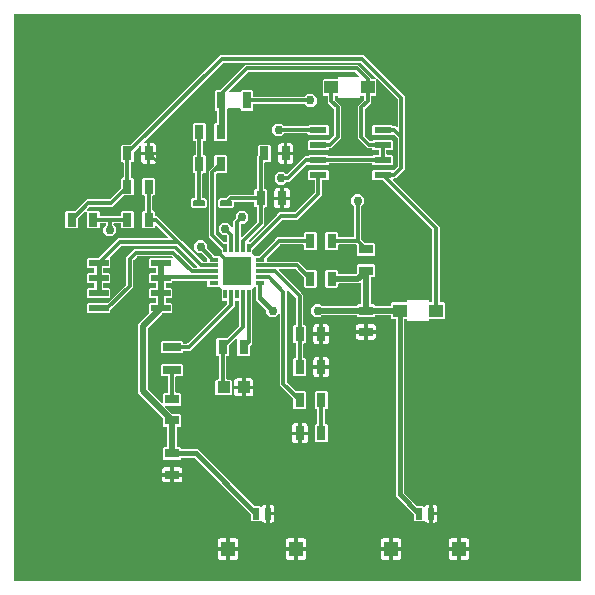
<source format=gbr>
G04 EAGLE Gerber RS-274X export*
G75*
%MOMM*%
%FSLAX34Y34*%
%LPD*%
%INTop Copper*%
%IPPOS*%
%AMOC8*
5,1,8,0,0,1.08239X$1,22.5*%
G01*
%ADD10R,0.800000X1.200000*%
%ADD11R,1.200000X0.800000*%
%ADD12C,0.130000*%
%ADD13R,1.143000X1.092200*%
%ADD14R,0.711200X1.447800*%
%ADD15R,1.524000X0.711200*%
%ADD16R,0.787400X0.304800*%
%ADD17R,0.304800X0.787400*%
%ADD18R,2.438400X2.438400*%
%ADD19R,1.651000X0.558800*%
%ADD20R,1.460500X0.558800*%
%ADD21R,0.550000X1.000000*%
%ADD22R,1.260000X1.300000*%
%ADD23R,1.100000X1.000000*%
%ADD24C,0.304800*%
%ADD25C,0.254000*%
%ADD26C,0.756400*%
%ADD27C,0.406400*%
%ADD28C,0.508000*%
%ADD29C,0.350000*%
%ADD30C,0.400000*%

G36*
X489098Y10164D02*
X489098Y10164D01*
X489117Y10162D01*
X489219Y10184D01*
X489321Y10200D01*
X489338Y10210D01*
X489358Y10214D01*
X489447Y10267D01*
X489538Y10316D01*
X489552Y10330D01*
X489569Y10340D01*
X489636Y10419D01*
X489708Y10494D01*
X489716Y10512D01*
X489729Y10527D01*
X489768Y10623D01*
X489811Y10717D01*
X489813Y10737D01*
X489821Y10755D01*
X489839Y10922D01*
X489839Y489078D01*
X489836Y489098D01*
X489838Y489117D01*
X489816Y489219D01*
X489800Y489321D01*
X489790Y489338D01*
X489786Y489358D01*
X489733Y489447D01*
X489684Y489538D01*
X489670Y489552D01*
X489660Y489569D01*
X489581Y489636D01*
X489506Y489708D01*
X489488Y489716D01*
X489473Y489729D01*
X489377Y489768D01*
X489283Y489811D01*
X489263Y489813D01*
X489245Y489821D01*
X489078Y489839D01*
X10922Y489839D01*
X10902Y489836D01*
X10883Y489838D01*
X10781Y489816D01*
X10679Y489800D01*
X10662Y489790D01*
X10642Y489786D01*
X10553Y489733D01*
X10462Y489684D01*
X10448Y489670D01*
X10431Y489660D01*
X10364Y489581D01*
X10292Y489506D01*
X10284Y489488D01*
X10271Y489473D01*
X10232Y489377D01*
X10189Y489283D01*
X10187Y489263D01*
X10179Y489245D01*
X10161Y489078D01*
X10161Y10922D01*
X10164Y10902D01*
X10162Y10883D01*
X10184Y10781D01*
X10200Y10679D01*
X10210Y10662D01*
X10214Y10642D01*
X10267Y10553D01*
X10316Y10462D01*
X10330Y10448D01*
X10340Y10431D01*
X10419Y10364D01*
X10494Y10292D01*
X10512Y10284D01*
X10527Y10271D01*
X10623Y10232D01*
X10717Y10189D01*
X10737Y10187D01*
X10755Y10179D01*
X10922Y10161D01*
X489078Y10161D01*
X489098Y10164D01*
G37*
%LPC*%
G36*
X221916Y59459D02*
X221916Y59459D01*
X221269Y59632D01*
X220690Y59967D01*
X220217Y60440D01*
X220028Y60767D01*
X219954Y60857D01*
X219879Y60952D01*
X219875Y60954D01*
X219872Y60957D01*
X219773Y61020D01*
X219672Y61085D01*
X219668Y61086D01*
X219664Y61088D01*
X219549Y61116D01*
X219433Y61145D01*
X219429Y61144D01*
X219425Y61145D01*
X219306Y61135D01*
X219188Y61126D01*
X219184Y61124D01*
X219180Y61124D01*
X219071Y61076D01*
X218962Y61029D01*
X218958Y61026D01*
X218955Y61025D01*
X218945Y61016D01*
X218831Y60924D01*
X218382Y60475D01*
X211618Y60475D01*
X210725Y61368D01*
X210725Y65975D01*
X210711Y66065D01*
X210703Y66156D01*
X210691Y66185D01*
X210686Y66217D01*
X210643Y66298D01*
X210607Y66382D01*
X210581Y66414D01*
X210570Y66435D01*
X210547Y66457D01*
X210502Y66513D01*
X162763Y114252D01*
X162689Y114305D01*
X162620Y114365D01*
X162589Y114377D01*
X162563Y114396D01*
X162476Y114423D01*
X162391Y114457D01*
X162350Y114461D01*
X162328Y114468D01*
X162296Y114467D01*
X162225Y114475D01*
X152286Y114475D01*
X152266Y114472D01*
X152247Y114474D01*
X152145Y114452D01*
X152043Y114436D01*
X152026Y114426D01*
X152006Y114422D01*
X151917Y114369D01*
X151826Y114320D01*
X151812Y114306D01*
X151795Y114296D01*
X151728Y114217D01*
X151656Y114142D01*
X151648Y114124D01*
X151635Y114109D01*
X151596Y114013D01*
X151553Y113919D01*
X151551Y113899D01*
X151543Y113881D01*
X151525Y113714D01*
X151525Y113368D01*
X150632Y112475D01*
X137368Y112475D01*
X136475Y113368D01*
X136475Y122632D01*
X137368Y123525D01*
X138874Y123525D01*
X138894Y123528D01*
X138913Y123526D01*
X139015Y123548D01*
X139117Y123564D01*
X139134Y123574D01*
X139154Y123578D01*
X139243Y123631D01*
X139334Y123680D01*
X139348Y123694D01*
X139365Y123704D01*
X139432Y123783D01*
X139504Y123858D01*
X139512Y123876D01*
X139525Y123891D01*
X139564Y123987D01*
X139607Y124081D01*
X139609Y124101D01*
X139617Y124119D01*
X139635Y124286D01*
X139635Y139714D01*
X139632Y139734D01*
X139634Y139753D01*
X139612Y139855D01*
X139596Y139957D01*
X139586Y139974D01*
X139582Y139994D01*
X139529Y140083D01*
X139480Y140174D01*
X139466Y140188D01*
X139456Y140205D01*
X139377Y140272D01*
X139302Y140344D01*
X139284Y140352D01*
X139269Y140365D01*
X139173Y140404D01*
X139079Y140447D01*
X139059Y140449D01*
X139041Y140457D01*
X138874Y140475D01*
X137068Y140475D01*
X136175Y141368D01*
X136175Y147461D01*
X136161Y147551D01*
X136153Y147642D01*
X136141Y147672D01*
X136136Y147704D01*
X136093Y147784D01*
X136057Y147868D01*
X136031Y147900D01*
X136020Y147921D01*
X135997Y147943D01*
X135952Y147999D01*
X114935Y169016D01*
X114935Y227345D01*
X124286Y236696D01*
X124339Y236770D01*
X124399Y236839D01*
X124411Y236869D01*
X124430Y236895D01*
X124457Y236982D01*
X124491Y237067D01*
X124495Y237108D01*
X124502Y237131D01*
X124501Y237163D01*
X124509Y237234D01*
X124509Y244376D01*
X125402Y245269D01*
X129463Y245269D01*
X129483Y245272D01*
X129502Y245270D01*
X129604Y245292D01*
X129706Y245308D01*
X129723Y245318D01*
X129743Y245322D01*
X129832Y245375D01*
X129923Y245424D01*
X129937Y245438D01*
X129954Y245448D01*
X130021Y245527D01*
X130093Y245602D01*
X130101Y245620D01*
X130114Y245635D01*
X130153Y245731D01*
X130196Y245825D01*
X130198Y245845D01*
X130206Y245863D01*
X130224Y246030D01*
X130224Y248570D01*
X130221Y248590D01*
X130223Y248609D01*
X130201Y248711D01*
X130185Y248813D01*
X130175Y248830D01*
X130171Y248850D01*
X130118Y248939D01*
X130069Y249030D01*
X130055Y249044D01*
X130045Y249061D01*
X129966Y249128D01*
X129891Y249200D01*
X129873Y249208D01*
X129858Y249221D01*
X129762Y249260D01*
X129668Y249303D01*
X129648Y249305D01*
X129630Y249313D01*
X129463Y249331D01*
X125402Y249331D01*
X124509Y250224D01*
X124509Y257076D01*
X125402Y257969D01*
X129463Y257969D01*
X129483Y257972D01*
X129502Y257970D01*
X129604Y257992D01*
X129706Y258008D01*
X129723Y258018D01*
X129743Y258022D01*
X129832Y258075D01*
X129923Y258124D01*
X129937Y258138D01*
X129954Y258148D01*
X130021Y258227D01*
X130093Y258302D01*
X130101Y258320D01*
X130114Y258335D01*
X130153Y258431D01*
X130196Y258525D01*
X130198Y258545D01*
X130206Y258563D01*
X130224Y258730D01*
X130224Y261270D01*
X130221Y261290D01*
X130223Y261309D01*
X130201Y261411D01*
X130185Y261513D01*
X130175Y261530D01*
X130171Y261550D01*
X130118Y261639D01*
X130069Y261730D01*
X130055Y261744D01*
X130045Y261761D01*
X129966Y261828D01*
X129891Y261900D01*
X129873Y261908D01*
X129858Y261921D01*
X129762Y261960D01*
X129668Y262003D01*
X129648Y262005D01*
X129630Y262013D01*
X129463Y262031D01*
X125402Y262031D01*
X124509Y262924D01*
X124509Y269776D01*
X125402Y270669D01*
X129463Y270669D01*
X129483Y270672D01*
X129502Y270670D01*
X129604Y270692D01*
X129706Y270708D01*
X129723Y270718D01*
X129743Y270722D01*
X129832Y270775D01*
X129923Y270824D01*
X129937Y270838D01*
X129954Y270848D01*
X130021Y270927D01*
X130093Y271002D01*
X130101Y271020D01*
X130114Y271035D01*
X130153Y271131D01*
X130196Y271225D01*
X130198Y271245D01*
X130206Y271263D01*
X130224Y271430D01*
X130224Y273970D01*
X130221Y273990D01*
X130223Y274009D01*
X130201Y274111D01*
X130185Y274213D01*
X130175Y274230D01*
X130171Y274250D01*
X130118Y274339D01*
X130069Y274430D01*
X130055Y274444D01*
X130045Y274461D01*
X129966Y274528D01*
X129891Y274600D01*
X129873Y274608D01*
X129858Y274621D01*
X129762Y274660D01*
X129668Y274703D01*
X129648Y274705D01*
X129630Y274713D01*
X129463Y274731D01*
X125402Y274731D01*
X124509Y275624D01*
X124509Y282476D01*
X125402Y283369D01*
X143482Y283369D01*
X143553Y283380D01*
X143625Y283382D01*
X143673Y283400D01*
X143725Y283408D01*
X143788Y283442D01*
X143856Y283467D01*
X143896Y283499D01*
X143942Y283524D01*
X143991Y283576D01*
X144047Y283620D01*
X144076Y283664D01*
X144111Y283702D01*
X144142Y283767D01*
X144180Y283827D01*
X144193Y283878D01*
X144215Y283925D01*
X144223Y283996D01*
X144240Y284066D01*
X144236Y284118D01*
X144242Y284169D01*
X144227Y284240D01*
X144221Y284311D01*
X144201Y284359D01*
X144190Y284410D01*
X144153Y284471D01*
X144125Y284537D01*
X144080Y284593D01*
X144064Y284621D01*
X144046Y284636D01*
X144020Y284668D01*
X143960Y284728D01*
X143886Y284782D01*
X143817Y284841D01*
X143787Y284853D01*
X143760Y284872D01*
X143673Y284899D01*
X143589Y284933D01*
X143548Y284937D01*
X143525Y284944D01*
X143493Y284943D01*
X143422Y284951D01*
X114578Y284951D01*
X114488Y284937D01*
X114397Y284929D01*
X114367Y284917D01*
X114335Y284912D01*
X114255Y284869D01*
X114171Y284833D01*
X114139Y284807D01*
X114118Y284796D01*
X114096Y284773D01*
X114040Y284728D01*
X111272Y281960D01*
X111219Y281886D01*
X111159Y281817D01*
X111147Y281787D01*
X111128Y281760D01*
X111101Y281673D01*
X111067Y281589D01*
X111063Y281548D01*
X111056Y281525D01*
X111057Y281493D01*
X111049Y281422D01*
X111049Y258737D01*
X91714Y239402D01*
X91661Y239328D01*
X91601Y239259D01*
X91589Y239229D01*
X91570Y239202D01*
X91543Y239115D01*
X91509Y239031D01*
X91505Y238990D01*
X91498Y238967D01*
X91499Y238935D01*
X91491Y238864D01*
X91491Y237524D01*
X90598Y236631D01*
X72824Y236631D01*
X71931Y237524D01*
X71931Y244376D01*
X72824Y245269D01*
X88642Y245269D01*
X88732Y245283D01*
X88823Y245291D01*
X88853Y245303D01*
X88885Y245308D01*
X88965Y245351D01*
X89049Y245387D01*
X89081Y245413D01*
X89102Y245424D01*
X89124Y245447D01*
X89180Y245492D01*
X104728Y261040D01*
X104781Y261114D01*
X104841Y261183D01*
X104853Y261213D01*
X104872Y261240D01*
X104899Y261327D01*
X104933Y261411D01*
X104937Y261452D01*
X104944Y261475D01*
X104943Y261507D01*
X104951Y261578D01*
X104951Y284263D01*
X111737Y291049D01*
X146263Y291049D01*
X161840Y275472D01*
X161914Y275419D01*
X161983Y275359D01*
X162013Y275347D01*
X162040Y275328D01*
X162127Y275301D01*
X162211Y275267D01*
X162252Y275263D01*
X162275Y275256D01*
X162307Y275257D01*
X162378Y275249D01*
X164602Y275249D01*
X164673Y275260D01*
X164744Y275262D01*
X164793Y275280D01*
X164845Y275288D01*
X164908Y275322D01*
X164975Y275347D01*
X165016Y275379D01*
X165062Y275404D01*
X165111Y275455D01*
X165167Y275500D01*
X165196Y275544D01*
X165231Y275582D01*
X165262Y275647D01*
X165300Y275707D01*
X165313Y275758D01*
X165335Y275805D01*
X165343Y275876D01*
X165360Y275946D01*
X165356Y275998D01*
X165362Y276049D01*
X165347Y276120D01*
X165341Y276191D01*
X165321Y276239D01*
X165310Y276290D01*
X165273Y276351D01*
X165245Y276417D01*
X165200Y276473D01*
X165184Y276501D01*
X165166Y276516D01*
X165140Y276548D01*
X147960Y293728D01*
X147886Y293781D01*
X147817Y293841D01*
X147787Y293853D01*
X147760Y293872D01*
X147673Y293899D01*
X147589Y293933D01*
X147548Y293937D01*
X147525Y293944D01*
X147493Y293943D01*
X147422Y293951D01*
X101239Y293951D01*
X101149Y293937D01*
X101058Y293929D01*
X101028Y293917D01*
X100996Y293912D01*
X100916Y293869D01*
X100832Y293833D01*
X100800Y293807D01*
X100779Y293796D01*
X100757Y293773D01*
X100701Y293728D01*
X91008Y284035D01*
X90996Y284019D01*
X90981Y284007D01*
X90925Y283919D01*
X90864Y283835D01*
X90858Y283816D01*
X90848Y283800D01*
X90822Y283699D01*
X90792Y283600D01*
X90792Y283580D01*
X90787Y283561D01*
X90795Y283458D01*
X90798Y283354D01*
X90805Y283336D01*
X90807Y283316D01*
X90847Y283221D01*
X90883Y283123D01*
X90895Y283108D01*
X90903Y283090D01*
X91008Y282959D01*
X91491Y282476D01*
X91491Y275624D01*
X90598Y274731D01*
X86029Y274731D01*
X86009Y274728D01*
X85990Y274730D01*
X85888Y274708D01*
X85786Y274692D01*
X85769Y274682D01*
X85749Y274678D01*
X85660Y274625D01*
X85569Y274576D01*
X85555Y274562D01*
X85538Y274552D01*
X85471Y274473D01*
X85399Y274398D01*
X85391Y274380D01*
X85378Y274365D01*
X85339Y274269D01*
X85296Y274175D01*
X85294Y274155D01*
X85286Y274137D01*
X85268Y273970D01*
X85268Y271430D01*
X85271Y271410D01*
X85269Y271391D01*
X85291Y271289D01*
X85307Y271187D01*
X85317Y271170D01*
X85321Y271150D01*
X85374Y271061D01*
X85423Y270970D01*
X85437Y270956D01*
X85447Y270939D01*
X85526Y270872D01*
X85601Y270800D01*
X85619Y270792D01*
X85634Y270779D01*
X85730Y270740D01*
X85824Y270697D01*
X85844Y270695D01*
X85862Y270687D01*
X86029Y270669D01*
X90598Y270669D01*
X91491Y269776D01*
X91491Y262924D01*
X90598Y262031D01*
X86029Y262031D01*
X86009Y262028D01*
X85990Y262030D01*
X85888Y262008D01*
X85786Y261992D01*
X85769Y261982D01*
X85749Y261978D01*
X85660Y261925D01*
X85569Y261876D01*
X85555Y261862D01*
X85538Y261852D01*
X85471Y261773D01*
X85399Y261698D01*
X85391Y261680D01*
X85378Y261665D01*
X85339Y261569D01*
X85296Y261475D01*
X85294Y261455D01*
X85286Y261437D01*
X85268Y261270D01*
X85268Y258730D01*
X85271Y258710D01*
X85269Y258691D01*
X85291Y258589D01*
X85307Y258487D01*
X85317Y258470D01*
X85321Y258450D01*
X85374Y258361D01*
X85423Y258270D01*
X85437Y258256D01*
X85447Y258239D01*
X85526Y258172D01*
X85601Y258100D01*
X85619Y258092D01*
X85634Y258079D01*
X85730Y258040D01*
X85824Y257997D01*
X85844Y257995D01*
X85862Y257987D01*
X86029Y257969D01*
X90598Y257969D01*
X91491Y257076D01*
X91491Y250224D01*
X90598Y249331D01*
X72824Y249331D01*
X71931Y250224D01*
X71931Y257076D01*
X72824Y257969D01*
X77393Y257969D01*
X77413Y257972D01*
X77432Y257970D01*
X77534Y257992D01*
X77636Y258008D01*
X77653Y258018D01*
X77673Y258022D01*
X77762Y258075D01*
X77853Y258124D01*
X77867Y258138D01*
X77884Y258148D01*
X77951Y258227D01*
X78023Y258302D01*
X78031Y258320D01*
X78044Y258335D01*
X78083Y258431D01*
X78126Y258525D01*
X78128Y258545D01*
X78136Y258563D01*
X78154Y258730D01*
X78154Y261270D01*
X78151Y261290D01*
X78153Y261309D01*
X78131Y261411D01*
X78115Y261513D01*
X78105Y261530D01*
X78101Y261550D01*
X78048Y261639D01*
X77999Y261730D01*
X77985Y261744D01*
X77975Y261761D01*
X77896Y261828D01*
X77821Y261900D01*
X77803Y261908D01*
X77788Y261921D01*
X77692Y261960D01*
X77598Y262003D01*
X77578Y262005D01*
X77560Y262013D01*
X77393Y262031D01*
X72824Y262031D01*
X71931Y262924D01*
X71931Y269776D01*
X72824Y270669D01*
X77393Y270669D01*
X77413Y270672D01*
X77432Y270670D01*
X77534Y270692D01*
X77636Y270708D01*
X77653Y270718D01*
X77673Y270722D01*
X77762Y270775D01*
X77853Y270824D01*
X77867Y270838D01*
X77884Y270848D01*
X77951Y270927D01*
X78023Y271002D01*
X78031Y271020D01*
X78044Y271035D01*
X78083Y271131D01*
X78126Y271225D01*
X78128Y271245D01*
X78136Y271263D01*
X78154Y271430D01*
X78154Y273970D01*
X78151Y273990D01*
X78153Y274009D01*
X78131Y274111D01*
X78115Y274213D01*
X78105Y274230D01*
X78101Y274250D01*
X78048Y274339D01*
X77999Y274430D01*
X77985Y274444D01*
X77975Y274461D01*
X77896Y274528D01*
X77821Y274600D01*
X77803Y274608D01*
X77788Y274621D01*
X77692Y274660D01*
X77598Y274703D01*
X77578Y274705D01*
X77560Y274713D01*
X77393Y274731D01*
X72824Y274731D01*
X71931Y275624D01*
X71931Y282476D01*
X72824Y283369D01*
X81403Y283369D01*
X81493Y283383D01*
X81584Y283391D01*
X81614Y283403D01*
X81646Y283408D01*
X81726Y283451D01*
X81810Y283487D01*
X81842Y283513D01*
X81863Y283524D01*
X81885Y283547D01*
X81941Y283592D01*
X98398Y300049D01*
X139802Y300049D01*
X139873Y300060D01*
X139944Y300062D01*
X139993Y300080D01*
X140045Y300088D01*
X140108Y300122D01*
X140175Y300147D01*
X140216Y300179D01*
X140262Y300204D01*
X140311Y300255D01*
X140367Y300300D01*
X140396Y300344D01*
X140431Y300382D01*
X140462Y300447D01*
X140500Y300507D01*
X140513Y300558D01*
X140535Y300605D01*
X140543Y300676D01*
X140560Y300746D01*
X140556Y300798D01*
X140562Y300849D01*
X140547Y300920D01*
X140541Y300991D01*
X140521Y301039D01*
X140510Y301090D01*
X140473Y301151D01*
X140445Y301217D01*
X140400Y301273D01*
X140384Y301301D01*
X140366Y301316D01*
X140340Y301348D01*
X130824Y310864D01*
X130766Y310906D01*
X130714Y310955D01*
X130667Y310977D01*
X130625Y311008D01*
X130556Y311029D01*
X130491Y311059D01*
X130439Y311065D01*
X130389Y311080D01*
X130318Y311078D01*
X130247Y311086D01*
X130196Y311075D01*
X130144Y311074D01*
X130076Y311049D01*
X130006Y311034D01*
X129962Y311007D01*
X129913Y310989D01*
X129857Y310944D01*
X129795Y310908D01*
X129761Y310868D01*
X129721Y310836D01*
X129682Y310775D01*
X129635Y310721D01*
X129616Y310672D01*
X129588Y310629D01*
X129570Y310559D01*
X129543Y310493D01*
X129535Y310421D01*
X129527Y310390D01*
X129529Y310367D01*
X129525Y310326D01*
X129525Y309368D01*
X128632Y308475D01*
X119368Y308475D01*
X118475Y309368D01*
X118475Y322632D01*
X119368Y323525D01*
X120190Y323525D01*
X120210Y323528D01*
X120229Y323526D01*
X120331Y323548D01*
X120433Y323564D01*
X120450Y323574D01*
X120470Y323578D01*
X120559Y323631D01*
X120650Y323680D01*
X120664Y323694D01*
X120681Y323704D01*
X120748Y323783D01*
X120820Y323858D01*
X120828Y323876D01*
X120841Y323891D01*
X120880Y323987D01*
X120923Y324081D01*
X120925Y324101D01*
X120933Y324119D01*
X120951Y324286D01*
X120951Y335714D01*
X120948Y335734D01*
X120950Y335753D01*
X120928Y335855D01*
X120912Y335957D01*
X120902Y335974D01*
X120898Y335994D01*
X120845Y336083D01*
X120796Y336174D01*
X120782Y336188D01*
X120772Y336205D01*
X120693Y336272D01*
X120618Y336344D01*
X120600Y336352D01*
X120585Y336365D01*
X120489Y336404D01*
X120395Y336447D01*
X120375Y336449D01*
X120357Y336457D01*
X120190Y336475D01*
X119368Y336475D01*
X118475Y337368D01*
X118475Y350632D01*
X119368Y351525D01*
X128632Y351525D01*
X129525Y350632D01*
X129525Y337368D01*
X128632Y336475D01*
X127810Y336475D01*
X127790Y336472D01*
X127771Y336474D01*
X127669Y336452D01*
X127567Y336436D01*
X127550Y336426D01*
X127530Y336422D01*
X127441Y336369D01*
X127350Y336320D01*
X127336Y336306D01*
X127319Y336296D01*
X127252Y336217D01*
X127180Y336142D01*
X127172Y336124D01*
X127159Y336109D01*
X127120Y336013D01*
X127077Y335919D01*
X127075Y335899D01*
X127067Y335881D01*
X127049Y335714D01*
X127049Y324286D01*
X127052Y324266D01*
X127050Y324247D01*
X127072Y324145D01*
X127088Y324043D01*
X127098Y324026D01*
X127102Y324006D01*
X127155Y323917D01*
X127204Y323826D01*
X127218Y323812D01*
X127228Y323795D01*
X127307Y323728D01*
X127382Y323656D01*
X127400Y323648D01*
X127415Y323635D01*
X127511Y323596D01*
X127605Y323553D01*
X127625Y323551D01*
X127643Y323543D01*
X127810Y323525D01*
X128632Y323525D01*
X129525Y322632D01*
X129525Y319810D01*
X129528Y319790D01*
X129526Y319771D01*
X129548Y319669D01*
X129564Y319567D01*
X129574Y319550D01*
X129578Y319530D01*
X129631Y319441D01*
X129680Y319350D01*
X129694Y319336D01*
X129704Y319319D01*
X129783Y319252D01*
X129858Y319180D01*
X129876Y319172D01*
X129891Y319159D01*
X129987Y319120D01*
X130081Y319077D01*
X130101Y319075D01*
X130119Y319067D01*
X130286Y319049D01*
X131263Y319049D01*
X152272Y298040D01*
X169760Y280552D01*
X169834Y280499D01*
X169903Y280439D01*
X169933Y280427D01*
X169960Y280408D01*
X170047Y280381D01*
X170131Y280347D01*
X170172Y280343D01*
X170195Y280336D01*
X170227Y280337D01*
X170298Y280329D01*
X173019Y280329D01*
X173039Y280332D01*
X173058Y280330D01*
X173160Y280352D01*
X173262Y280368D01*
X173279Y280378D01*
X173299Y280382D01*
X173388Y280435D01*
X173479Y280484D01*
X173493Y280498D01*
X173510Y280508D01*
X173577Y280587D01*
X173649Y280662D01*
X173657Y280680D01*
X173670Y280695D01*
X173709Y280791D01*
X173752Y280885D01*
X173754Y280905D01*
X173762Y280923D01*
X173780Y281090D01*
X173780Y282593D01*
X173766Y282683D01*
X173758Y282774D01*
X173746Y282804D01*
X173741Y282836D01*
X173698Y282916D01*
X173662Y283000D01*
X173636Y283032D01*
X173625Y283053D01*
X173602Y283075D01*
X173557Y283131D01*
X169218Y287470D01*
X169144Y287523D01*
X169075Y287583D01*
X169045Y287595D01*
X169018Y287614D01*
X168931Y287641D01*
X168847Y287675D01*
X168806Y287679D01*
X168783Y287686D01*
X168751Y287685D01*
X168680Y287693D01*
X165802Y287693D01*
X162693Y290802D01*
X162693Y295198D01*
X165802Y298307D01*
X170198Y298307D01*
X173307Y295198D01*
X173307Y292320D01*
X173321Y292230D01*
X173329Y292139D01*
X173341Y292109D01*
X173346Y292077D01*
X173389Y291997D01*
X173425Y291913D01*
X173451Y291881D01*
X173462Y291860D01*
X173485Y291838D01*
X173530Y291782D01*
X179934Y285378D01*
X180008Y285325D01*
X180077Y285265D01*
X180107Y285253D01*
X180134Y285234D01*
X180221Y285207D01*
X180305Y285173D01*
X180346Y285169D01*
X180369Y285162D01*
X180401Y285163D01*
X180472Y285155D01*
X183675Y285155D01*
X183742Y285166D01*
X183809Y285167D01*
X183862Y285185D01*
X183918Y285194D01*
X183978Y285226D01*
X184041Y285249D01*
X184086Y285283D01*
X184135Y285310D01*
X184182Y285359D01*
X184235Y285400D01*
X184282Y285464D01*
X184305Y285488D01*
X184313Y285507D01*
X184334Y285535D01*
X184575Y285952D01*
X185048Y286425D01*
X185465Y286666D01*
X185517Y286709D01*
X185575Y286743D01*
X185611Y286786D01*
X185655Y286821D01*
X185691Y286879D01*
X185735Y286930D01*
X185756Y286982D01*
X185786Y287030D01*
X185802Y287096D01*
X185827Y287158D01*
X185836Y287237D01*
X185843Y287269D01*
X185841Y287290D01*
X185845Y287325D01*
X185845Y290180D01*
X185831Y290270D01*
X185823Y290361D01*
X185811Y290391D01*
X185806Y290423D01*
X185763Y290503D01*
X185727Y290587D01*
X185701Y290619D01*
X185690Y290640D01*
X185667Y290662D01*
X185622Y290718D01*
X174951Y301389D01*
X174951Y357263D01*
X179252Y361564D01*
X179305Y361638D01*
X179365Y361707D01*
X179377Y361737D01*
X179396Y361764D01*
X179423Y361851D01*
X179457Y361935D01*
X179461Y361976D01*
X179468Y361999D01*
X179467Y362031D01*
X179475Y362102D01*
X179475Y369632D01*
X180368Y370525D01*
X189632Y370525D01*
X190525Y369632D01*
X190525Y356368D01*
X189632Y355475D01*
X182102Y355475D01*
X182012Y355461D01*
X181921Y355453D01*
X181891Y355441D01*
X181859Y355436D01*
X181779Y355393D01*
X181695Y355357D01*
X181663Y355331D01*
X181642Y355320D01*
X181620Y355297D01*
X181564Y355252D01*
X181272Y354960D01*
X181219Y354886D01*
X181159Y354817D01*
X181147Y354787D01*
X181128Y354760D01*
X181101Y354673D01*
X181067Y354589D01*
X181063Y354548D01*
X181056Y354525D01*
X181057Y354493D01*
X181049Y354422D01*
X181049Y304230D01*
X181063Y304140D01*
X181071Y304049D01*
X181083Y304019D01*
X181088Y303987D01*
X181131Y303907D01*
X181167Y303823D01*
X181193Y303791D01*
X181204Y303770D01*
X181227Y303748D01*
X181272Y303692D01*
X187521Y297443D01*
X187595Y297390D01*
X187664Y297330D01*
X187694Y297318D01*
X187721Y297299D01*
X187808Y297272D01*
X187892Y297238D01*
X187933Y297234D01*
X187956Y297227D01*
X187988Y297228D01*
X188059Y297220D01*
X189910Y297220D01*
X189930Y297223D01*
X189949Y297221D01*
X190051Y297243D01*
X190153Y297259D01*
X190170Y297269D01*
X190190Y297273D01*
X190279Y297326D01*
X190370Y297375D01*
X190384Y297389D01*
X190401Y297399D01*
X190468Y297478D01*
X190540Y297553D01*
X190548Y297571D01*
X190561Y297586D01*
X190600Y297682D01*
X190643Y297776D01*
X190645Y297796D01*
X190653Y297814D01*
X190671Y297981D01*
X190671Y301702D01*
X190657Y301792D01*
X190649Y301883D01*
X190637Y301913D01*
X190632Y301945D01*
X190589Y302025D01*
X190553Y302109D01*
X190527Y302141D01*
X190516Y302162D01*
X190493Y302184D01*
X190480Y302200D01*
X190474Y302210D01*
X190468Y302216D01*
X190448Y302240D01*
X190218Y302470D01*
X190144Y302523D01*
X190075Y302583D01*
X190045Y302595D01*
X190018Y302614D01*
X189931Y302641D01*
X189847Y302675D01*
X189806Y302679D01*
X189783Y302686D01*
X189751Y302685D01*
X189680Y302693D01*
X186802Y302693D01*
X183693Y305802D01*
X183693Y310198D01*
X186802Y313307D01*
X191198Y313307D01*
X194452Y310053D01*
X194510Y310011D01*
X194562Y309962D01*
X194609Y309940D01*
X194651Y309910D01*
X194720Y309888D01*
X194785Y309858D01*
X194837Y309853D01*
X194887Y309837D01*
X194958Y309839D01*
X195029Y309831D01*
X195080Y309842D01*
X195132Y309844D01*
X195200Y309868D01*
X195270Y309883D01*
X195315Y309910D01*
X195363Y309928D01*
X195419Y309973D01*
X195481Y310010D01*
X195515Y310049D01*
X195555Y310082D01*
X195594Y310142D01*
X195641Y310197D01*
X195660Y310245D01*
X195688Y310289D01*
X195706Y310358D01*
X195733Y310425D01*
X195741Y310496D01*
X195749Y310527D01*
X195747Y310550D01*
X195751Y310591D01*
X195751Y315063D01*
X197470Y316782D01*
X197523Y316856D01*
X197583Y316925D01*
X197595Y316955D01*
X197614Y316982D01*
X197641Y317069D01*
X197675Y317153D01*
X197679Y317194D01*
X197686Y317217D01*
X197685Y317249D01*
X197693Y317320D01*
X197693Y320198D01*
X200802Y323307D01*
X205198Y323307D01*
X208307Y320198D01*
X208307Y315802D01*
X205198Y312693D01*
X202610Y312693D01*
X202590Y312690D01*
X202571Y312692D01*
X202469Y312670D01*
X202367Y312654D01*
X202350Y312644D01*
X202330Y312640D01*
X202241Y312587D01*
X202150Y312538D01*
X202136Y312524D01*
X202119Y312514D01*
X202052Y312435D01*
X201980Y312360D01*
X201972Y312342D01*
X201959Y312327D01*
X201920Y312231D01*
X201877Y312137D01*
X201875Y312117D01*
X201867Y312099D01*
X201849Y311932D01*
X201849Y301998D01*
X201860Y301927D01*
X201862Y301856D01*
X201880Y301807D01*
X201888Y301755D01*
X201922Y301692D01*
X201947Y301625D01*
X201979Y301584D01*
X202004Y301538D01*
X202056Y301489D01*
X202100Y301433D01*
X202144Y301404D01*
X202182Y301369D01*
X202247Y301338D01*
X202307Y301300D01*
X202358Y301287D01*
X202405Y301265D01*
X202476Y301257D01*
X202546Y301240D01*
X202598Y301244D01*
X202649Y301238D01*
X202720Y301253D01*
X202791Y301259D01*
X202839Y301279D01*
X202890Y301290D01*
X202951Y301327D01*
X203017Y301355D01*
X203073Y301400D01*
X203101Y301416D01*
X203116Y301434D01*
X203148Y301460D01*
X215728Y314040D01*
X215781Y314114D01*
X215841Y314183D01*
X215853Y314213D01*
X215872Y314240D01*
X215899Y314327D01*
X215933Y314411D01*
X215937Y314452D01*
X215944Y314475D01*
X215943Y314507D01*
X215951Y314578D01*
X215951Y325714D01*
X215948Y325734D01*
X215950Y325753D01*
X215928Y325855D01*
X215912Y325957D01*
X215902Y325974D01*
X215898Y325994D01*
X215845Y326083D01*
X215796Y326174D01*
X215782Y326188D01*
X215772Y326205D01*
X215693Y326272D01*
X215618Y326344D01*
X215600Y326352D01*
X215585Y326365D01*
X215489Y326404D01*
X215395Y326447D01*
X215375Y326449D01*
X215357Y326457D01*
X215190Y326475D01*
X214368Y326475D01*
X213475Y327368D01*
X213475Y330190D01*
X213472Y330210D01*
X213474Y330229D01*
X213452Y330331D01*
X213436Y330433D01*
X213426Y330450D01*
X213422Y330470D01*
X213369Y330559D01*
X213320Y330650D01*
X213306Y330664D01*
X213296Y330681D01*
X213217Y330748D01*
X213142Y330820D01*
X213124Y330828D01*
X213109Y330841D01*
X213013Y330880D01*
X212919Y330923D01*
X212899Y330925D01*
X212881Y330933D01*
X212714Y330951D01*
X196936Y330951D01*
X196916Y330948D01*
X196897Y330950D01*
X196795Y330928D01*
X196693Y330912D01*
X196676Y330902D01*
X196656Y330898D01*
X196567Y330845D01*
X196476Y330796D01*
X196462Y330782D01*
X196445Y330772D01*
X196378Y330693D01*
X196306Y330618D01*
X196298Y330600D01*
X196285Y330585D01*
X196246Y330489D01*
X196203Y330395D01*
X196201Y330375D01*
X196193Y330357D01*
X196175Y330190D01*
X196175Y327149D01*
X194901Y325875D01*
X184099Y325875D01*
X182825Y327149D01*
X182825Y332851D01*
X184099Y334125D01*
X188998Y334125D01*
X189088Y334139D01*
X189179Y334147D01*
X189209Y334159D01*
X189241Y334164D01*
X189321Y334207D01*
X189405Y334243D01*
X189437Y334269D01*
X189458Y334280D01*
X189480Y334303D01*
X189536Y334348D01*
X192237Y337049D01*
X212714Y337049D01*
X212734Y337052D01*
X212753Y337050D01*
X212855Y337072D01*
X212957Y337088D01*
X212974Y337098D01*
X212994Y337102D01*
X213083Y337155D01*
X213174Y337204D01*
X213188Y337218D01*
X213205Y337228D01*
X213272Y337307D01*
X213344Y337382D01*
X213352Y337400D01*
X213365Y337415D01*
X213404Y337511D01*
X213447Y337605D01*
X213449Y337625D01*
X213457Y337643D01*
X213475Y337810D01*
X213475Y340632D01*
X214368Y341525D01*
X215190Y341525D01*
X215210Y341528D01*
X215229Y341526D01*
X215331Y341548D01*
X215433Y341564D01*
X215450Y341574D01*
X215470Y341578D01*
X215559Y341631D01*
X215650Y341680D01*
X215664Y341694D01*
X215681Y341704D01*
X215748Y341783D01*
X215820Y341858D01*
X215828Y341876D01*
X215841Y341891D01*
X215880Y341987D01*
X215923Y342081D01*
X215925Y342101D01*
X215933Y342119D01*
X215951Y342286D01*
X215951Y370263D01*
X216252Y370564D01*
X216305Y370638D01*
X216365Y370707D01*
X216377Y370737D01*
X216396Y370764D01*
X216423Y370851D01*
X216457Y370935D01*
X216461Y370976D01*
X216468Y370999D01*
X216467Y371031D01*
X216475Y371102D01*
X216475Y378632D01*
X217368Y379525D01*
X226632Y379525D01*
X227525Y378632D01*
X227525Y365368D01*
X226632Y364475D01*
X222810Y364475D01*
X222790Y364472D01*
X222771Y364474D01*
X222669Y364452D01*
X222567Y364436D01*
X222550Y364426D01*
X222530Y364422D01*
X222441Y364369D01*
X222350Y364320D01*
X222336Y364306D01*
X222319Y364296D01*
X222252Y364217D01*
X222180Y364142D01*
X222172Y364124D01*
X222159Y364109D01*
X222120Y364013D01*
X222077Y363919D01*
X222075Y363899D01*
X222067Y363881D01*
X222049Y363714D01*
X222049Y342286D01*
X222052Y342266D01*
X222050Y342247D01*
X222072Y342145D01*
X222088Y342043D01*
X222098Y342026D01*
X222102Y342006D01*
X222155Y341917D01*
X222204Y341826D01*
X222218Y341812D01*
X222228Y341795D01*
X222307Y341728D01*
X222382Y341656D01*
X222400Y341648D01*
X222415Y341635D01*
X222511Y341596D01*
X222605Y341553D01*
X222625Y341551D01*
X222643Y341543D01*
X222810Y341525D01*
X223632Y341525D01*
X224525Y340632D01*
X224525Y327368D01*
X223632Y326475D01*
X222810Y326475D01*
X222790Y326472D01*
X222771Y326474D01*
X222669Y326452D01*
X222567Y326436D01*
X222550Y326426D01*
X222530Y326422D01*
X222441Y326369D01*
X222350Y326320D01*
X222336Y326306D01*
X222319Y326296D01*
X222252Y326217D01*
X222180Y326142D01*
X222172Y326124D01*
X222159Y326109D01*
X222120Y326013D01*
X222077Y325919D01*
X222075Y325899D01*
X222067Y325881D01*
X222049Y325714D01*
X222049Y311737D01*
X208831Y298519D01*
X208789Y298461D01*
X208740Y298409D01*
X208718Y298362D01*
X208687Y298320D01*
X208666Y298251D01*
X208636Y298186D01*
X208630Y298134D01*
X208615Y298084D01*
X208617Y298013D01*
X208609Y297942D01*
X208620Y297891D01*
X208621Y297839D01*
X208646Y297771D01*
X208661Y297701D01*
X208688Y297656D01*
X208706Y297608D01*
X208751Y297552D01*
X208787Y297490D01*
X208827Y297456D01*
X208859Y297416D01*
X208920Y297377D01*
X208974Y297330D01*
X209023Y297311D01*
X209066Y297283D01*
X209136Y297265D01*
X209202Y297238D01*
X209274Y297230D01*
X209305Y297222D01*
X209328Y297224D01*
X209369Y297220D01*
X209541Y297220D01*
X209631Y297234D01*
X209722Y297242D01*
X209752Y297254D01*
X209784Y297259D01*
X209864Y297302D01*
X209948Y297338D01*
X209980Y297364D01*
X210001Y297375D01*
X210023Y297398D01*
X210079Y297443D01*
X232676Y320040D01*
X234685Y322049D01*
X247422Y322049D01*
X247512Y322063D01*
X247603Y322071D01*
X247633Y322083D01*
X247665Y322088D01*
X247745Y322131D01*
X247829Y322167D01*
X247861Y322193D01*
X247882Y322204D01*
X247904Y322227D01*
X247960Y322272D01*
X264487Y338798D01*
X264540Y338872D01*
X264599Y338942D01*
X264612Y338972D01*
X264630Y338998D01*
X264657Y339085D01*
X264691Y339170D01*
X264696Y339211D01*
X264703Y339233D01*
X264702Y339265D01*
X264710Y339337D01*
X264710Y348870D01*
X264707Y348890D01*
X264709Y348909D01*
X264687Y349011D01*
X264670Y349113D01*
X264661Y349130D01*
X264656Y349150D01*
X264603Y349239D01*
X264555Y349330D01*
X264541Y349344D01*
X264530Y349361D01*
X264452Y349428D01*
X264377Y349500D01*
X264359Y349508D01*
X264343Y349521D01*
X264247Y349560D01*
X264154Y349603D01*
X264134Y349605D01*
X264115Y349613D01*
X263949Y349631D01*
X259824Y349631D01*
X258931Y350524D01*
X258931Y357376D01*
X259824Y358269D01*
X275693Y358269D01*
X276586Y357376D01*
X276586Y350524D01*
X275693Y349631D01*
X271568Y349631D01*
X271549Y349628D01*
X271529Y349630D01*
X271428Y349608D01*
X271326Y349592D01*
X271308Y349582D01*
X271289Y349578D01*
X271200Y349525D01*
X271108Y349476D01*
X271095Y349462D01*
X271078Y349452D01*
X271010Y349373D01*
X270939Y349298D01*
X270931Y349280D01*
X270918Y349265D01*
X270879Y349168D01*
X270835Y349075D01*
X270833Y349055D01*
X270826Y349037D01*
X270807Y348870D01*
X270807Y336496D01*
X250263Y315951D01*
X237526Y315951D01*
X237436Y315937D01*
X237345Y315929D01*
X237315Y315917D01*
X237283Y315912D01*
X237203Y315869D01*
X237119Y315833D01*
X237087Y315807D01*
X237066Y315796D01*
X237044Y315773D01*
X236988Y315728D01*
X211978Y290718D01*
X211925Y290644D01*
X211865Y290575D01*
X211853Y290545D01*
X211834Y290518D01*
X211807Y290431D01*
X211773Y290347D01*
X211769Y290306D01*
X211762Y290283D01*
X211763Y290251D01*
X211755Y290180D01*
X211755Y287325D01*
X211766Y287258D01*
X211767Y287191D01*
X211785Y287138D01*
X211794Y287082D01*
X211826Y287022D01*
X211849Y286959D01*
X211883Y286914D01*
X211910Y286865D01*
X211959Y286818D01*
X212000Y286765D01*
X212064Y286718D01*
X212088Y286695D01*
X212107Y286687D01*
X212135Y286666D01*
X212552Y286425D01*
X213025Y285952D01*
X213266Y285535D01*
X213309Y285483D01*
X213343Y285425D01*
X213386Y285389D01*
X213421Y285345D01*
X213479Y285309D01*
X213530Y285265D01*
X213582Y285244D01*
X213630Y285214D01*
X213696Y285198D01*
X213758Y285173D01*
X213837Y285164D01*
X213869Y285157D01*
X213890Y285159D01*
X213925Y285155D01*
X216780Y285155D01*
X216870Y285169D01*
X216961Y285177D01*
X216991Y285189D01*
X217023Y285194D01*
X217103Y285237D01*
X217187Y285273D01*
X217219Y285299D01*
X217240Y285310D01*
X217262Y285333D01*
X217318Y285378D01*
X230980Y299040D01*
X232989Y301049D01*
X254714Y301049D01*
X254734Y301052D01*
X254753Y301050D01*
X254855Y301072D01*
X254957Y301088D01*
X254974Y301098D01*
X254994Y301102D01*
X255083Y301155D01*
X255174Y301204D01*
X255188Y301218D01*
X255205Y301228D01*
X255272Y301307D01*
X255344Y301382D01*
X255352Y301400D01*
X255365Y301415D01*
X255404Y301511D01*
X255447Y301605D01*
X255449Y301625D01*
X255457Y301643D01*
X255475Y301810D01*
X255475Y304632D01*
X256368Y305525D01*
X265632Y305525D01*
X266525Y304632D01*
X266525Y291368D01*
X265632Y290475D01*
X256368Y290475D01*
X255475Y291368D01*
X255475Y294190D01*
X255472Y294210D01*
X255474Y294229D01*
X255452Y294331D01*
X255436Y294433D01*
X255426Y294450D01*
X255422Y294470D01*
X255369Y294559D01*
X255320Y294650D01*
X255306Y294664D01*
X255296Y294681D01*
X255217Y294748D01*
X255142Y294820D01*
X255124Y294828D01*
X255109Y294841D01*
X255013Y294880D01*
X254919Y294923D01*
X254899Y294925D01*
X254881Y294933D01*
X254714Y294951D01*
X235830Y294951D01*
X235740Y294937D01*
X235649Y294929D01*
X235619Y294917D01*
X235587Y294912D01*
X235507Y294869D01*
X235423Y294833D01*
X235391Y294807D01*
X235370Y294796D01*
X235348Y294773D01*
X235292Y294728D01*
X224043Y283479D01*
X223990Y283405D01*
X223930Y283336D01*
X223918Y283306D01*
X223899Y283279D01*
X223872Y283192D01*
X223838Y283108D01*
X223834Y283067D01*
X223827Y283044D01*
X223828Y283012D01*
X223820Y282941D01*
X223820Y281090D01*
X223823Y281070D01*
X223821Y281051D01*
X223843Y280949D01*
X223859Y280847D01*
X223869Y280830D01*
X223873Y280810D01*
X223926Y280721D01*
X223975Y280630D01*
X223989Y280616D01*
X223999Y280599D01*
X224078Y280532D01*
X224153Y280460D01*
X224171Y280452D01*
X224186Y280439D01*
X224282Y280400D01*
X224376Y280357D01*
X224396Y280355D01*
X224414Y280347D01*
X224581Y280329D01*
X250983Y280329D01*
X257564Y273748D01*
X257638Y273695D01*
X257707Y273635D01*
X257737Y273623D01*
X257764Y273604D01*
X257851Y273577D01*
X257935Y273543D01*
X257976Y273539D01*
X257999Y273532D01*
X258031Y273533D01*
X258102Y273525D01*
X265632Y273525D01*
X266525Y272632D01*
X266525Y259368D01*
X265632Y258475D01*
X256368Y258475D01*
X255475Y259368D01*
X255475Y266898D01*
X255461Y266988D01*
X255453Y267079D01*
X255441Y267109D01*
X255436Y267141D01*
X255393Y267221D01*
X255357Y267305D01*
X255331Y267337D01*
X255320Y267358D01*
X255297Y267380D01*
X255252Y267436D01*
X248680Y274008D01*
X248606Y274061D01*
X248537Y274121D01*
X248507Y274133D01*
X248480Y274152D01*
X248393Y274179D01*
X248309Y274213D01*
X248268Y274217D01*
X248245Y274224D01*
X248213Y274223D01*
X248142Y274231D01*
X234918Y274231D01*
X234847Y274220D01*
X234776Y274218D01*
X234727Y274200D01*
X234675Y274192D01*
X234612Y274158D01*
X234545Y274133D01*
X234504Y274101D01*
X234458Y274076D01*
X234409Y274024D01*
X234353Y273980D01*
X234324Y273936D01*
X234289Y273898D01*
X234258Y273833D01*
X234220Y273773D01*
X234207Y273722D01*
X234185Y273675D01*
X234177Y273604D01*
X234160Y273534D01*
X234164Y273482D01*
X234158Y273431D01*
X234173Y273360D01*
X234179Y273289D01*
X234199Y273241D01*
X234210Y273190D01*
X234247Y273129D01*
X234275Y273063D01*
X234320Y273007D01*
X234336Y272979D01*
X234354Y272964D01*
X234380Y272932D01*
X253040Y254272D01*
X255049Y252263D01*
X255049Y227286D01*
X255052Y227266D01*
X255050Y227247D01*
X255072Y227145D01*
X255088Y227043D01*
X255098Y227026D01*
X255102Y227006D01*
X255155Y226917D01*
X255204Y226826D01*
X255218Y226812D01*
X255228Y226795D01*
X255307Y226728D01*
X255382Y226656D01*
X255400Y226648D01*
X255415Y226635D01*
X255511Y226596D01*
X255605Y226553D01*
X255625Y226551D01*
X255643Y226543D01*
X255810Y226525D01*
X256632Y226525D01*
X257525Y225632D01*
X257525Y212368D01*
X256632Y211475D01*
X255810Y211475D01*
X255790Y211472D01*
X255771Y211474D01*
X255669Y211452D01*
X255567Y211436D01*
X255550Y211426D01*
X255530Y211422D01*
X255441Y211369D01*
X255350Y211320D01*
X255336Y211306D01*
X255319Y211296D01*
X255252Y211217D01*
X255180Y211142D01*
X255172Y211124D01*
X255159Y211109D01*
X255120Y211013D01*
X255077Y210919D01*
X255075Y210899D01*
X255067Y210881D01*
X255049Y210714D01*
X255049Y199286D01*
X255052Y199266D01*
X255050Y199247D01*
X255072Y199145D01*
X255088Y199043D01*
X255098Y199026D01*
X255102Y199006D01*
X255155Y198917D01*
X255204Y198826D01*
X255218Y198812D01*
X255228Y198795D01*
X255307Y198728D01*
X255382Y198656D01*
X255400Y198648D01*
X255415Y198635D01*
X255511Y198596D01*
X255605Y198553D01*
X255625Y198551D01*
X255643Y198543D01*
X255810Y198525D01*
X256632Y198525D01*
X257525Y197632D01*
X257525Y184368D01*
X256632Y183475D01*
X247368Y183475D01*
X246475Y184368D01*
X246475Y197632D01*
X247368Y198525D01*
X248190Y198525D01*
X248210Y198528D01*
X248229Y198526D01*
X248331Y198548D01*
X248433Y198564D01*
X248450Y198574D01*
X248470Y198578D01*
X248559Y198631D01*
X248650Y198680D01*
X248664Y198694D01*
X248681Y198704D01*
X248748Y198783D01*
X248820Y198858D01*
X248828Y198876D01*
X248841Y198891D01*
X248880Y198987D01*
X248923Y199081D01*
X248925Y199101D01*
X248933Y199119D01*
X248951Y199286D01*
X248951Y210714D01*
X248948Y210734D01*
X248950Y210753D01*
X248928Y210855D01*
X248912Y210957D01*
X248902Y210974D01*
X248898Y210994D01*
X248845Y211083D01*
X248796Y211174D01*
X248782Y211188D01*
X248772Y211205D01*
X248693Y211272D01*
X248618Y211344D01*
X248600Y211352D01*
X248585Y211365D01*
X248489Y211404D01*
X248395Y211447D01*
X248375Y211449D01*
X248357Y211457D01*
X248190Y211475D01*
X247368Y211475D01*
X246475Y212368D01*
X246475Y225632D01*
X247368Y226525D01*
X248190Y226525D01*
X248210Y226528D01*
X248229Y226526D01*
X248331Y226548D01*
X248433Y226564D01*
X248450Y226574D01*
X248470Y226578D01*
X248559Y226631D01*
X248650Y226680D01*
X248664Y226694D01*
X248681Y226704D01*
X248748Y226783D01*
X248820Y226858D01*
X248828Y226876D01*
X248841Y226891D01*
X248880Y226987D01*
X248923Y227081D01*
X248925Y227101D01*
X248933Y227119D01*
X248951Y227286D01*
X248951Y249422D01*
X248937Y249512D01*
X248929Y249603D01*
X248917Y249633D01*
X248912Y249665D01*
X248869Y249745D01*
X248833Y249829D01*
X248807Y249861D01*
X248796Y249882D01*
X248773Y249904D01*
X248728Y249960D01*
X242348Y256340D01*
X242290Y256382D01*
X242238Y256431D01*
X242191Y256453D01*
X242149Y256484D01*
X242080Y256505D01*
X242015Y256535D01*
X241963Y256541D01*
X241913Y256556D01*
X241842Y256554D01*
X241771Y256562D01*
X241720Y256551D01*
X241668Y256550D01*
X241600Y256525D01*
X241530Y256510D01*
X241485Y256483D01*
X241437Y256465D01*
X241381Y256420D01*
X241319Y256384D01*
X241285Y256344D01*
X241245Y256312D01*
X241206Y256251D01*
X241159Y256197D01*
X241140Y256148D01*
X241112Y256105D01*
X241094Y256035D01*
X241067Y255969D01*
X241059Y255897D01*
X241051Y255866D01*
X241053Y255843D01*
X241049Y255802D01*
X241049Y178578D01*
X241063Y178488D01*
X241071Y178397D01*
X241083Y178367D01*
X241088Y178335D01*
X241131Y178255D01*
X241167Y178171D01*
X241193Y178139D01*
X241204Y178118D01*
X241227Y178096D01*
X241272Y178040D01*
X248564Y170748D01*
X248638Y170695D01*
X248707Y170635D01*
X248737Y170623D01*
X248764Y170604D01*
X248851Y170577D01*
X248935Y170543D01*
X248976Y170539D01*
X248999Y170532D01*
X249031Y170533D01*
X249102Y170525D01*
X256632Y170525D01*
X257525Y169632D01*
X257525Y156368D01*
X256632Y155475D01*
X247368Y155475D01*
X246475Y156368D01*
X246475Y163898D01*
X246461Y163988D01*
X246453Y164079D01*
X246441Y164109D01*
X246436Y164141D01*
X246393Y164221D01*
X246357Y164305D01*
X246331Y164337D01*
X246320Y164358D01*
X246297Y164380D01*
X246252Y164436D01*
X234951Y175737D01*
X234951Y235609D01*
X234940Y235679D01*
X234938Y235751D01*
X234920Y235800D01*
X234912Y235851D01*
X234878Y235915D01*
X234853Y235982D01*
X234821Y236023D01*
X234796Y236069D01*
X234744Y236118D01*
X234700Y236174D01*
X234656Y236202D01*
X234618Y236238D01*
X234553Y236268D01*
X234493Y236307D01*
X234442Y236320D01*
X234395Y236342D01*
X234324Y236350D01*
X234254Y236367D01*
X234202Y236363D01*
X234151Y236369D01*
X234080Y236354D01*
X234009Y236348D01*
X233961Y236328D01*
X233910Y236317D01*
X233849Y236280D01*
X233783Y236252D01*
X233727Y236207D01*
X233699Y236190D01*
X233684Y236173D01*
X233652Y236147D01*
X231198Y233693D01*
X226802Y233693D01*
X223693Y236802D01*
X223693Y238961D01*
X223679Y239052D01*
X223671Y239142D01*
X223659Y239172D01*
X223654Y239204D01*
X223611Y239285D01*
X223575Y239369D01*
X223549Y239401D01*
X223538Y239422D01*
X223515Y239444D01*
X223470Y239500D01*
X214801Y248169D01*
X214801Y251115D01*
X214860Y251174D01*
X214913Y251248D01*
X214973Y251318D01*
X214985Y251348D01*
X215004Y251374D01*
X215031Y251461D01*
X215065Y251546D01*
X215069Y251587D01*
X215076Y251609D01*
X215075Y251641D01*
X215083Y251713D01*
X215083Y258484D01*
X215080Y258504D01*
X215082Y258523D01*
X215060Y258625D01*
X215044Y258727D01*
X215034Y258744D01*
X215030Y258764D01*
X214977Y258853D01*
X214928Y258944D01*
X214914Y258958D01*
X214904Y258975D01*
X214825Y259042D01*
X214750Y259114D01*
X214732Y259122D01*
X214717Y259135D01*
X214621Y259174D01*
X214527Y259217D01*
X214507Y259219D01*
X214489Y259227D01*
X214322Y259245D01*
X213925Y259245D01*
X213858Y259234D01*
X213791Y259233D01*
X213738Y259215D01*
X213682Y259206D01*
X213622Y259174D01*
X213559Y259151D01*
X213514Y259117D01*
X213465Y259090D01*
X213418Y259041D01*
X213365Y259000D01*
X213318Y258936D01*
X213295Y258912D01*
X213287Y258893D01*
X213266Y258865D01*
X213025Y258448D01*
X212552Y257975D01*
X212135Y257734D01*
X212083Y257691D01*
X212025Y257657D01*
X211989Y257614D01*
X211945Y257579D01*
X211909Y257521D01*
X211865Y257470D01*
X211844Y257418D01*
X211814Y257370D01*
X211798Y257304D01*
X211773Y257242D01*
X211764Y257163D01*
X211757Y257131D01*
X211759Y257110D01*
X211755Y257075D01*
X211755Y210843D01*
X210348Y209436D01*
X210295Y209362D01*
X210235Y209293D01*
X210223Y209263D01*
X210204Y209236D01*
X210177Y209149D01*
X210143Y209065D01*
X210139Y209024D01*
X210132Y209001D01*
X210133Y208969D01*
X210125Y208898D01*
X210125Y201368D01*
X209232Y200475D01*
X199968Y200475D01*
X199075Y201368D01*
X199075Y214326D01*
X199064Y214397D01*
X199062Y214468D01*
X199044Y214517D01*
X199036Y214569D01*
X199002Y214632D01*
X198977Y214699D01*
X198945Y214740D01*
X198920Y214786D01*
X198868Y214835D01*
X198824Y214891D01*
X198780Y214920D01*
X198742Y214955D01*
X198677Y214986D01*
X198617Y215024D01*
X198566Y215037D01*
X198519Y215059D01*
X198448Y215067D01*
X198378Y215084D01*
X198326Y215080D01*
X198275Y215086D01*
X198204Y215071D01*
X198133Y215065D01*
X198085Y215045D01*
X198034Y215034D01*
X197973Y214997D01*
X197907Y214969D01*
X197851Y214924D01*
X197823Y214908D01*
X197808Y214890D01*
X197776Y214864D01*
X192348Y209436D01*
X192295Y209362D01*
X192235Y209293D01*
X192223Y209263D01*
X192204Y209236D01*
X192177Y209149D01*
X192143Y209065D01*
X192139Y209024D01*
X192132Y209001D01*
X192133Y208969D01*
X192125Y208898D01*
X192125Y201368D01*
X191232Y200475D01*
X190410Y200475D01*
X190390Y200472D01*
X190371Y200474D01*
X190269Y200452D01*
X190167Y200436D01*
X190150Y200426D01*
X190130Y200422D01*
X190041Y200369D01*
X189950Y200320D01*
X189936Y200306D01*
X189919Y200296D01*
X189852Y200217D01*
X189780Y200142D01*
X189772Y200124D01*
X189759Y200109D01*
X189720Y200013D01*
X189677Y199919D01*
X189675Y199899D01*
X189667Y199881D01*
X189649Y199714D01*
X189649Y181286D01*
X189652Y181266D01*
X189650Y181247D01*
X189672Y181145D01*
X189688Y181043D01*
X189698Y181026D01*
X189702Y181006D01*
X189755Y180917D01*
X189804Y180826D01*
X189818Y180812D01*
X189828Y180795D01*
X189907Y180728D01*
X189982Y180656D01*
X190000Y180648D01*
X190015Y180635D01*
X190111Y180596D01*
X190205Y180553D01*
X190225Y180551D01*
X190243Y180543D01*
X190410Y180525D01*
X193632Y180525D01*
X194525Y179632D01*
X194525Y168368D01*
X193632Y167475D01*
X181368Y167475D01*
X180475Y168368D01*
X180475Y179632D01*
X181368Y180525D01*
X182790Y180525D01*
X182810Y180528D01*
X182829Y180526D01*
X182931Y180548D01*
X183033Y180564D01*
X183050Y180574D01*
X183070Y180578D01*
X183159Y180631D01*
X183250Y180680D01*
X183264Y180694D01*
X183281Y180704D01*
X183348Y180783D01*
X183420Y180858D01*
X183428Y180876D01*
X183441Y180891D01*
X183480Y180987D01*
X183523Y181081D01*
X183525Y181101D01*
X183533Y181119D01*
X183551Y181286D01*
X183551Y199714D01*
X183548Y199733D01*
X183550Y199751D01*
X183550Y199752D01*
X183550Y199753D01*
X183528Y199855D01*
X183512Y199957D01*
X183502Y199974D01*
X183498Y199994D01*
X183445Y200083D01*
X183396Y200174D01*
X183382Y200188D01*
X183372Y200205D01*
X183293Y200272D01*
X183218Y200344D01*
X183200Y200352D01*
X183185Y200365D01*
X183089Y200404D01*
X182995Y200447D01*
X182975Y200449D01*
X182957Y200457D01*
X182790Y200475D01*
X181968Y200475D01*
X181075Y201368D01*
X181075Y214632D01*
X181968Y215525D01*
X189498Y215525D01*
X189588Y215539D01*
X189679Y215547D01*
X189709Y215559D01*
X189741Y215564D01*
X189821Y215607D01*
X189905Y215643D01*
X189937Y215669D01*
X189958Y215680D01*
X189980Y215703D01*
X190036Y215748D01*
X200608Y226320D01*
X200661Y226394D01*
X200721Y226463D01*
X200733Y226493D01*
X200752Y226520D01*
X200779Y226607D01*
X200813Y226691D01*
X200817Y226732D01*
X200824Y226755D01*
X200823Y226787D01*
X200831Y226858D01*
X200831Y246419D01*
X200828Y246439D01*
X200830Y246458D01*
X200808Y246560D01*
X200792Y246662D01*
X200782Y246679D01*
X200778Y246699D01*
X200725Y246788D01*
X200676Y246879D01*
X200662Y246893D01*
X200652Y246910D01*
X200573Y246977D01*
X200498Y247049D01*
X200480Y247057D01*
X200465Y247070D01*
X200369Y247109D01*
X200275Y247152D01*
X200255Y247154D01*
X200237Y247162D01*
X200070Y247180D01*
X197530Y247180D01*
X197510Y247177D01*
X197491Y247179D01*
X197389Y247157D01*
X197287Y247141D01*
X197270Y247131D01*
X197250Y247127D01*
X197161Y247074D01*
X197070Y247025D01*
X197056Y247011D01*
X197039Y247001D01*
X196972Y246922D01*
X196900Y246847D01*
X196892Y246829D01*
X196879Y246814D01*
X196840Y246718D01*
X196797Y246624D01*
X196795Y246604D01*
X196787Y246586D01*
X196769Y246419D01*
X196769Y242457D01*
X159313Y205001D01*
X153606Y205001D01*
X153586Y204998D01*
X153567Y205000D01*
X153465Y204978D01*
X153363Y204962D01*
X153346Y204952D01*
X153326Y204948D01*
X153237Y204895D01*
X153146Y204846D01*
X153132Y204832D01*
X153115Y204822D01*
X153048Y204743D01*
X152976Y204668D01*
X152968Y204650D01*
X152955Y204635D01*
X152916Y204539D01*
X152873Y204445D01*
X152871Y204425D01*
X152863Y204407D01*
X152845Y204240D01*
X152845Y203862D01*
X151952Y202969D01*
X135448Y202969D01*
X134555Y203862D01*
X134555Y212238D01*
X135448Y213131D01*
X151952Y213131D01*
X152845Y212238D01*
X152845Y211860D01*
X152846Y211853D01*
X152847Y211849D01*
X152848Y211840D01*
X152846Y211821D01*
X152868Y211719D01*
X152884Y211617D01*
X152894Y211600D01*
X152898Y211580D01*
X152951Y211491D01*
X153000Y211400D01*
X153014Y211386D01*
X153024Y211369D01*
X153103Y211302D01*
X153178Y211230D01*
X153196Y211222D01*
X153211Y211209D01*
X153307Y211170D01*
X153401Y211127D01*
X153421Y211125D01*
X153439Y211117D01*
X153606Y211099D01*
X156472Y211099D01*
X156562Y211113D01*
X156653Y211121D01*
X156683Y211133D01*
X156715Y211138D01*
X156795Y211181D01*
X156879Y211217D01*
X156911Y211243D01*
X156932Y211254D01*
X156954Y211277D01*
X157010Y211322D01*
X190448Y244760D01*
X190501Y244834D01*
X190561Y244903D01*
X190573Y244933D01*
X190592Y244960D01*
X190619Y245047D01*
X190653Y245131D01*
X190657Y245172D01*
X190664Y245195D01*
X190663Y245227D01*
X190671Y245298D01*
X190671Y246419D01*
X190668Y246439D01*
X190670Y246458D01*
X190648Y246560D01*
X190632Y246662D01*
X190622Y246679D01*
X190618Y246699D01*
X190565Y246788D01*
X190516Y246879D01*
X190502Y246893D01*
X190492Y246910D01*
X190413Y246977D01*
X190338Y247049D01*
X190320Y247057D01*
X190305Y247070D01*
X190209Y247109D01*
X190115Y247152D01*
X190095Y247154D01*
X190077Y247162D01*
X189910Y247180D01*
X186738Y247180D01*
X185845Y248073D01*
X185845Y257075D01*
X185834Y257142D01*
X185833Y257209D01*
X185815Y257262D01*
X185806Y257318D01*
X185774Y257378D01*
X185751Y257441D01*
X185717Y257486D01*
X185690Y257535D01*
X185641Y257582D01*
X185600Y257635D01*
X185536Y257682D01*
X185512Y257705D01*
X185493Y257713D01*
X185465Y257734D01*
X185048Y257975D01*
X184575Y258448D01*
X184334Y258865D01*
X184291Y258917D01*
X184257Y258975D01*
X184214Y259011D01*
X184179Y259055D01*
X184121Y259091D01*
X184070Y259135D01*
X184018Y259156D01*
X183970Y259186D01*
X183904Y259202D01*
X183842Y259227D01*
X183763Y259236D01*
X183731Y259243D01*
X183710Y259241D01*
X183675Y259245D01*
X174673Y259245D01*
X173780Y260138D01*
X173780Y263310D01*
X173777Y263330D01*
X173779Y263349D01*
X173757Y263451D01*
X173741Y263553D01*
X173731Y263570D01*
X173727Y263590D01*
X173674Y263679D01*
X173625Y263770D01*
X173611Y263784D01*
X173601Y263801D01*
X173522Y263868D01*
X173447Y263940D01*
X173429Y263948D01*
X173414Y263961D01*
X173318Y264000D01*
X173224Y264043D01*
X173204Y264045D01*
X173186Y264053D01*
X173019Y264071D01*
X144830Y264071D01*
X144810Y264068D01*
X144791Y264070D01*
X144689Y264048D01*
X144587Y264032D01*
X144570Y264022D01*
X144550Y264018D01*
X144461Y263965D01*
X144370Y263916D01*
X144356Y263902D01*
X144339Y263892D01*
X144272Y263813D01*
X144200Y263738D01*
X144192Y263720D01*
X144179Y263705D01*
X144140Y263609D01*
X144097Y263515D01*
X144095Y263495D01*
X144087Y263477D01*
X144069Y263310D01*
X144069Y262924D01*
X143176Y262031D01*
X139115Y262031D01*
X139095Y262028D01*
X139076Y262030D01*
X138974Y262008D01*
X138872Y261992D01*
X138855Y261982D01*
X138835Y261978D01*
X138746Y261925D01*
X138655Y261876D01*
X138641Y261862D01*
X138624Y261852D01*
X138557Y261773D01*
X138485Y261698D01*
X138477Y261680D01*
X138464Y261665D01*
X138425Y261569D01*
X138382Y261475D01*
X138380Y261455D01*
X138372Y261437D01*
X138354Y261270D01*
X138354Y258730D01*
X138357Y258710D01*
X138355Y258691D01*
X138377Y258589D01*
X138393Y258487D01*
X138403Y258470D01*
X138407Y258450D01*
X138460Y258361D01*
X138509Y258270D01*
X138523Y258256D01*
X138533Y258239D01*
X138612Y258172D01*
X138687Y258100D01*
X138705Y258092D01*
X138720Y258079D01*
X138816Y258040D01*
X138910Y257997D01*
X138930Y257995D01*
X138948Y257987D01*
X139115Y257969D01*
X143176Y257969D01*
X144069Y257076D01*
X144069Y250224D01*
X143176Y249331D01*
X139115Y249331D01*
X139095Y249328D01*
X139076Y249330D01*
X138974Y249308D01*
X138872Y249292D01*
X138855Y249282D01*
X138835Y249278D01*
X138746Y249225D01*
X138655Y249176D01*
X138641Y249162D01*
X138624Y249152D01*
X138557Y249073D01*
X138485Y248998D01*
X138477Y248980D01*
X138464Y248965D01*
X138425Y248869D01*
X138382Y248775D01*
X138380Y248755D01*
X138372Y248737D01*
X138354Y248570D01*
X138354Y246030D01*
X138357Y246010D01*
X138355Y245991D01*
X138377Y245889D01*
X138393Y245787D01*
X138403Y245770D01*
X138407Y245750D01*
X138460Y245661D01*
X138509Y245570D01*
X138523Y245556D01*
X138533Y245539D01*
X138612Y245472D01*
X138687Y245400D01*
X138705Y245392D01*
X138720Y245379D01*
X138816Y245340D01*
X138910Y245297D01*
X138930Y245295D01*
X138948Y245287D01*
X139115Y245269D01*
X143176Y245269D01*
X144069Y244376D01*
X144069Y237524D01*
X143176Y236631D01*
X136034Y236631D01*
X135944Y236617D01*
X135853Y236609D01*
X135823Y236597D01*
X135791Y236592D01*
X135711Y236549D01*
X135627Y236513D01*
X135595Y236487D01*
X135574Y236476D01*
X135552Y236453D01*
X135496Y236408D01*
X123288Y224200D01*
X123235Y224126D01*
X123175Y224057D01*
X123163Y224027D01*
X123144Y224001D01*
X123117Y223914D01*
X123083Y223829D01*
X123079Y223788D01*
X123072Y223765D01*
X123073Y223733D01*
X123065Y223662D01*
X123065Y172699D01*
X123079Y172609D01*
X123087Y172518D01*
X123099Y172488D01*
X123104Y172456D01*
X123147Y172376D01*
X123183Y172292D01*
X123209Y172260D01*
X123220Y172239D01*
X123243Y172217D01*
X123288Y172161D01*
X134876Y160573D01*
X134934Y160531D01*
X134986Y160481D01*
X135033Y160459D01*
X135075Y160429D01*
X135144Y160408D01*
X135209Y160378D01*
X135261Y160372D01*
X135311Y160357D01*
X135382Y160359D01*
X135453Y160351D01*
X135504Y160362D01*
X135556Y160363D01*
X135624Y160388D01*
X135694Y160403D01*
X135739Y160430D01*
X135787Y160448D01*
X135843Y160492D01*
X135905Y160529D01*
X135939Y160569D01*
X135979Y160601D01*
X136018Y160662D01*
X136065Y160716D01*
X136084Y160764D01*
X136112Y160808D01*
X136130Y160878D01*
X136157Y160944D01*
X136165Y161016D01*
X136173Y161047D01*
X136171Y161070D01*
X136175Y161111D01*
X136175Y168632D01*
X137068Y169525D01*
X139890Y169525D01*
X139910Y169528D01*
X139929Y169526D01*
X140031Y169548D01*
X140133Y169564D01*
X140150Y169574D01*
X140170Y169578D01*
X140259Y169631D01*
X140350Y169680D01*
X140364Y169694D01*
X140381Y169704D01*
X140448Y169783D01*
X140520Y169858D01*
X140528Y169876D01*
X140541Y169891D01*
X140580Y169987D01*
X140623Y170081D01*
X140625Y170101D01*
X140633Y170119D01*
X140651Y170286D01*
X140651Y183158D01*
X140648Y183178D01*
X140650Y183197D01*
X140628Y183299D01*
X140612Y183401D01*
X140602Y183418D01*
X140598Y183438D01*
X140545Y183527D01*
X140496Y183618D01*
X140482Y183632D01*
X140472Y183649D01*
X140393Y183716D01*
X140318Y183788D01*
X140300Y183796D01*
X140285Y183809D01*
X140189Y183848D01*
X140095Y183891D01*
X140075Y183893D01*
X140057Y183901D01*
X139890Y183919D01*
X135448Y183919D01*
X134555Y184812D01*
X134555Y193188D01*
X135448Y194081D01*
X151952Y194081D01*
X152845Y193188D01*
X152845Y184812D01*
X151952Y183919D01*
X147510Y183919D01*
X147490Y183916D01*
X147471Y183918D01*
X147369Y183896D01*
X147267Y183880D01*
X147250Y183870D01*
X147230Y183866D01*
X147141Y183813D01*
X147050Y183764D01*
X147036Y183750D01*
X147019Y183740D01*
X146952Y183661D01*
X146880Y183586D01*
X146872Y183568D01*
X146859Y183553D01*
X146820Y183457D01*
X146777Y183363D01*
X146775Y183343D01*
X146767Y183325D01*
X146749Y183158D01*
X146749Y170286D01*
X146752Y170266D01*
X146750Y170247D01*
X146772Y170145D01*
X146788Y170043D01*
X146798Y170026D01*
X146802Y170006D01*
X146855Y169917D01*
X146904Y169826D01*
X146918Y169812D01*
X146928Y169795D01*
X147007Y169728D01*
X147082Y169656D01*
X147100Y169648D01*
X147115Y169635D01*
X147211Y169596D01*
X147305Y169553D01*
X147325Y169551D01*
X147343Y169543D01*
X147510Y169525D01*
X150332Y169525D01*
X151225Y168632D01*
X151225Y159368D01*
X150332Y158475D01*
X138811Y158475D01*
X138740Y158464D01*
X138668Y158462D01*
X138620Y158444D01*
X138568Y158436D01*
X138505Y158402D01*
X138437Y158377D01*
X138397Y158345D01*
X138351Y158320D01*
X138301Y158268D01*
X138245Y158224D01*
X138217Y158180D01*
X138181Y158142D01*
X138151Y158077D01*
X138112Y158017D01*
X138100Y157966D01*
X138078Y157919D01*
X138070Y157848D01*
X138052Y157778D01*
X138056Y157726D01*
X138051Y157675D01*
X138066Y157604D01*
X138072Y157533D01*
X138092Y157485D01*
X138103Y157434D01*
X138140Y157373D01*
X138168Y157307D01*
X138213Y157251D01*
X138229Y157223D01*
X138247Y157208D01*
X138273Y157176D01*
X143701Y151748D01*
X143775Y151695D01*
X143844Y151635D01*
X143874Y151623D01*
X143900Y151604D01*
X143987Y151577D01*
X144072Y151543D01*
X144113Y151539D01*
X144136Y151532D01*
X144168Y151533D01*
X144239Y151525D01*
X150332Y151525D01*
X151225Y150632D01*
X151225Y141368D01*
X150332Y140475D01*
X148526Y140475D01*
X148506Y140472D01*
X148487Y140474D01*
X148385Y140452D01*
X148283Y140436D01*
X148266Y140426D01*
X148246Y140422D01*
X148157Y140369D01*
X148066Y140320D01*
X148052Y140306D01*
X148035Y140296D01*
X147968Y140217D01*
X147896Y140142D01*
X147888Y140124D01*
X147875Y140109D01*
X147836Y140013D01*
X147793Y139919D01*
X147791Y139899D01*
X147783Y139881D01*
X147765Y139714D01*
X147765Y124286D01*
X147768Y124266D01*
X147766Y124247D01*
X147788Y124145D01*
X147804Y124043D01*
X147814Y124026D01*
X147818Y124006D01*
X147871Y123917D01*
X147920Y123826D01*
X147934Y123812D01*
X147944Y123795D01*
X148023Y123728D01*
X148098Y123656D01*
X148116Y123648D01*
X148131Y123635D01*
X148227Y123596D01*
X148321Y123553D01*
X148341Y123551D01*
X148359Y123543D01*
X148526Y123525D01*
X150632Y123525D01*
X151525Y122632D01*
X151525Y122286D01*
X151528Y122266D01*
X151526Y122247D01*
X151548Y122145D01*
X151564Y122043D01*
X151574Y122026D01*
X151578Y122006D01*
X151631Y121917D01*
X151680Y121826D01*
X151694Y121812D01*
X151704Y121795D01*
X151783Y121728D01*
X151858Y121656D01*
X151876Y121648D01*
X151891Y121635D01*
X151987Y121596D01*
X152081Y121553D01*
X152101Y121551D01*
X152119Y121543D01*
X152286Y121525D01*
X165460Y121525D01*
X213237Y73748D01*
X213311Y73695D01*
X213380Y73635D01*
X213411Y73623D01*
X213437Y73604D01*
X213524Y73577D01*
X213609Y73543D01*
X213650Y73539D01*
X213672Y73532D01*
X213704Y73533D01*
X213775Y73525D01*
X218382Y73525D01*
X218831Y73076D01*
X218927Y73006D01*
X219023Y72936D01*
X219027Y72934D01*
X219030Y72932D01*
X219143Y72897D01*
X219257Y72861D01*
X219262Y72861D01*
X219266Y72860D01*
X219384Y72863D01*
X219503Y72865D01*
X219507Y72866D01*
X219511Y72866D01*
X219623Y72907D01*
X219735Y72946D01*
X219739Y72949D01*
X219742Y72950D01*
X219835Y73025D01*
X219929Y73098D01*
X219932Y73102D01*
X219934Y73104D01*
X219942Y73116D01*
X220028Y73233D01*
X220217Y73560D01*
X220690Y74033D01*
X221269Y74368D01*
X221916Y74541D01*
X223626Y74541D01*
X223626Y67613D01*
X223629Y67594D01*
X223627Y67574D01*
X223649Y67472D01*
X223665Y67370D01*
X223675Y67353D01*
X223679Y67333D01*
X223732Y67244D01*
X223781Y67153D01*
X223795Y67139D01*
X223805Y67122D01*
X223884Y67055D01*
X223941Y67001D01*
X223927Y66993D01*
X223913Y66979D01*
X223896Y66969D01*
X223829Y66890D01*
X223757Y66815D01*
X223749Y66797D01*
X223736Y66782D01*
X223697Y66685D01*
X223654Y66592D01*
X223652Y66572D01*
X223644Y66554D01*
X223626Y66387D01*
X223626Y59459D01*
X221916Y59459D01*
G37*
%LPD*%
%LPC*%
G36*
X359916Y59459D02*
X359916Y59459D01*
X359269Y59632D01*
X358690Y59967D01*
X358217Y60440D01*
X358028Y60767D01*
X357953Y60859D01*
X357879Y60952D01*
X357875Y60954D01*
X357872Y60957D01*
X357771Y61021D01*
X357672Y61085D01*
X357668Y61086D01*
X357664Y61088D01*
X357548Y61116D01*
X357433Y61145D01*
X357429Y61144D01*
X357425Y61145D01*
X357306Y61135D01*
X357188Y61126D01*
X357184Y61124D01*
X357180Y61124D01*
X357070Y61075D01*
X356962Y61029D01*
X356958Y61026D01*
X356955Y61025D01*
X356944Y61015D01*
X356831Y60924D01*
X356382Y60475D01*
X349618Y60475D01*
X348725Y61368D01*
X348725Y65975D01*
X348711Y66065D01*
X348703Y66156D01*
X348691Y66185D01*
X348686Y66217D01*
X348643Y66298D01*
X348607Y66382D01*
X348581Y66414D01*
X348570Y66435D01*
X348547Y66457D01*
X348502Y66513D01*
X333108Y81907D01*
X333108Y231253D01*
X333105Y231273D01*
X333107Y231292D01*
X333085Y231394D01*
X333069Y231496D01*
X333059Y231513D01*
X333055Y231533D01*
X333002Y231622D01*
X332953Y231713D01*
X332939Y231727D01*
X332929Y231744D01*
X332850Y231811D01*
X332775Y231883D01*
X332757Y231891D01*
X332742Y231904D01*
X332646Y231943D01*
X332552Y231986D01*
X332532Y231988D01*
X332514Y231996D01*
X332347Y232014D01*
X330286Y232014D01*
X329393Y232907D01*
X329393Y234174D01*
X329390Y234194D01*
X329392Y234213D01*
X329370Y234315D01*
X329354Y234417D01*
X329344Y234434D01*
X329340Y234454D01*
X329287Y234543D01*
X329238Y234634D01*
X329224Y234648D01*
X329214Y234665D01*
X329135Y234732D01*
X329060Y234804D01*
X329042Y234812D01*
X329027Y234825D01*
X328931Y234864D01*
X328837Y234907D01*
X328817Y234909D01*
X328799Y234917D01*
X328632Y234935D01*
X316286Y234935D01*
X316266Y234932D01*
X316247Y234934D01*
X316145Y234912D01*
X316043Y234896D01*
X316026Y234886D01*
X316006Y234882D01*
X315917Y234829D01*
X315826Y234780D01*
X315812Y234766D01*
X315795Y234756D01*
X315728Y234677D01*
X315656Y234602D01*
X315648Y234584D01*
X315635Y234569D01*
X315596Y234473D01*
X315568Y234412D01*
X314632Y233475D01*
X301368Y233475D01*
X300437Y234406D01*
X300436Y234417D01*
X300426Y234434D01*
X300422Y234454D01*
X300369Y234543D01*
X300320Y234634D01*
X300306Y234648D01*
X300296Y234665D01*
X300217Y234732D01*
X300142Y234804D01*
X300124Y234812D01*
X300109Y234825D01*
X300013Y234864D01*
X299919Y234907D01*
X299899Y234909D01*
X299881Y234917D01*
X299714Y234935D01*
X270755Y234935D01*
X270665Y234921D01*
X270574Y234913D01*
X270545Y234901D01*
X270513Y234896D01*
X270432Y234853D01*
X270348Y234817D01*
X270316Y234791D01*
X270295Y234780D01*
X270273Y234757D01*
X270217Y234712D01*
X269198Y233693D01*
X264802Y233693D01*
X261693Y236802D01*
X261693Y241198D01*
X264802Y244307D01*
X269198Y244307D01*
X270217Y243288D01*
X270291Y243235D01*
X270361Y243175D01*
X270391Y243163D01*
X270417Y243144D01*
X270504Y243117D01*
X270589Y243083D01*
X270630Y243079D01*
X270652Y243072D01*
X270684Y243073D01*
X270755Y243065D01*
X299714Y243065D01*
X299734Y243068D01*
X299753Y243066D01*
X299855Y243088D01*
X299957Y243104D01*
X299974Y243114D01*
X299994Y243118D01*
X300083Y243171D01*
X300174Y243220D01*
X300188Y243234D01*
X300205Y243244D01*
X300272Y243323D01*
X300344Y243398D01*
X300352Y243416D01*
X300365Y243431D01*
X300404Y243527D01*
X300432Y243588D01*
X301368Y244525D01*
X303174Y244525D01*
X303194Y244528D01*
X303213Y244526D01*
X303315Y244548D01*
X303417Y244564D01*
X303434Y244574D01*
X303454Y244578D01*
X303543Y244631D01*
X303634Y244680D01*
X303648Y244694D01*
X303665Y244704D01*
X303732Y244783D01*
X303804Y244858D01*
X303812Y244876D01*
X303825Y244891D01*
X303864Y244987D01*
X303907Y245081D01*
X303909Y245101D01*
X303917Y245119D01*
X303935Y245286D01*
X303935Y261249D01*
X303924Y261320D01*
X303922Y261392D01*
X303904Y261441D01*
X303896Y261492D01*
X303862Y261555D01*
X303837Y261623D01*
X303805Y261663D01*
X303780Y261709D01*
X303728Y261759D01*
X303684Y261815D01*
X303640Y261843D01*
X303602Y261879D01*
X303537Y261909D01*
X303477Y261948D01*
X303426Y261960D01*
X303379Y261982D01*
X303308Y261990D01*
X303238Y262008D01*
X303186Y262004D01*
X303135Y262009D01*
X303064Y261994D01*
X302993Y261988D01*
X302945Y261968D01*
X302894Y261957D01*
X302858Y261935D01*
X285286Y261935D01*
X285266Y261932D01*
X285247Y261934D01*
X285145Y261912D01*
X285043Y261896D01*
X285026Y261886D01*
X285006Y261882D01*
X284917Y261829D01*
X284826Y261780D01*
X284812Y261766D01*
X284795Y261756D01*
X284728Y261677D01*
X284656Y261602D01*
X284648Y261584D01*
X284635Y261569D01*
X284596Y261473D01*
X284553Y261379D01*
X284551Y261359D01*
X284543Y261341D01*
X284525Y261174D01*
X284525Y259368D01*
X283632Y258475D01*
X274368Y258475D01*
X273475Y259368D01*
X273475Y272632D01*
X274368Y273525D01*
X283632Y273525D01*
X284525Y272632D01*
X284525Y270826D01*
X284528Y270806D01*
X284526Y270787D01*
X284548Y270685D01*
X284564Y270583D01*
X284574Y270566D01*
X284578Y270546D01*
X284631Y270457D01*
X284680Y270366D01*
X284694Y270352D01*
X284704Y270335D01*
X284783Y270268D01*
X284858Y270196D01*
X284876Y270188D01*
X284891Y270175D01*
X284987Y270136D01*
X285081Y270093D01*
X285101Y270091D01*
X285119Y270083D01*
X285286Y270065D01*
X299101Y270065D01*
X299191Y270079D01*
X299282Y270087D01*
X299312Y270099D01*
X299344Y270104D01*
X299424Y270147D01*
X299508Y270183D01*
X299540Y270209D01*
X299561Y270220D01*
X299583Y270243D01*
X299639Y270288D01*
X300252Y270901D01*
X300305Y270975D01*
X300365Y271044D01*
X300377Y271074D01*
X300396Y271100D01*
X300423Y271187D01*
X300457Y271272D01*
X300461Y271313D01*
X300468Y271336D01*
X300467Y271368D01*
X300475Y271439D01*
X300475Y277532D01*
X301368Y278425D01*
X314632Y278425D01*
X315525Y277532D01*
X315525Y268268D01*
X314632Y267375D01*
X312826Y267375D01*
X312806Y267372D01*
X312787Y267374D01*
X312685Y267352D01*
X312583Y267336D01*
X312566Y267326D01*
X312546Y267322D01*
X312457Y267269D01*
X312366Y267220D01*
X312352Y267206D01*
X312335Y267196D01*
X312268Y267117D01*
X312196Y267042D01*
X312188Y267024D01*
X312175Y267009D01*
X312136Y266913D01*
X312093Y266819D01*
X312091Y266799D01*
X312083Y266781D01*
X312065Y266614D01*
X312065Y245286D01*
X312068Y245266D01*
X312066Y245247D01*
X312088Y245145D01*
X312104Y245043D01*
X312114Y245026D01*
X312118Y245006D01*
X312171Y244917D01*
X312220Y244826D01*
X312234Y244812D01*
X312244Y244795D01*
X312323Y244728D01*
X312398Y244656D01*
X312416Y244648D01*
X312431Y244635D01*
X312527Y244596D01*
X312621Y244553D01*
X312641Y244551D01*
X312659Y244543D01*
X312826Y244525D01*
X314632Y244525D01*
X315563Y243594D01*
X315564Y243583D01*
X315574Y243566D01*
X315578Y243546D01*
X315631Y243457D01*
X315680Y243366D01*
X315694Y243352D01*
X315704Y243335D01*
X315783Y243268D01*
X315858Y243196D01*
X315876Y243188D01*
X315891Y243175D01*
X315987Y243136D01*
X316081Y243093D01*
X316101Y243091D01*
X316119Y243083D01*
X316286Y243065D01*
X328632Y243065D01*
X328652Y243068D01*
X328671Y243066D01*
X328773Y243088D01*
X328875Y243104D01*
X328892Y243114D01*
X328912Y243118D01*
X329001Y243171D01*
X329092Y243220D01*
X329106Y243234D01*
X329123Y243244D01*
X329190Y243323D01*
X329262Y243398D01*
X329270Y243416D01*
X329283Y243431D01*
X329322Y243527D01*
X329365Y243621D01*
X329367Y243641D01*
X329375Y243659D01*
X329393Y243826D01*
X329393Y245093D01*
X330286Y245986D01*
X341967Y245986D01*
X341987Y245989D01*
X342006Y245987D01*
X342108Y246009D01*
X342210Y246025D01*
X342227Y246035D01*
X342247Y246039D01*
X342336Y246092D01*
X342427Y246141D01*
X342441Y246155D01*
X342458Y246165D01*
X342525Y246244D01*
X342597Y246319D01*
X342605Y246337D01*
X342618Y246352D01*
X342657Y246448D01*
X342700Y246542D01*
X342702Y246562D01*
X342710Y246580D01*
X342728Y246747D01*
X342728Y247562D01*
X342803Y247637D01*
X361197Y247637D01*
X361272Y247562D01*
X361272Y246747D01*
X361275Y246727D01*
X361273Y246708D01*
X361295Y246606D01*
X361311Y246504D01*
X361321Y246487D01*
X361325Y246467D01*
X361378Y246378D01*
X361427Y246287D01*
X361441Y246273D01*
X361451Y246256D01*
X361530Y246189D01*
X361605Y246117D01*
X361623Y246109D01*
X361638Y246096D01*
X361734Y246057D01*
X361828Y246014D01*
X361848Y246012D01*
X361866Y246004D01*
X362033Y245986D01*
X363557Y245986D01*
X363577Y245989D01*
X363596Y245987D01*
X363698Y246009D01*
X363800Y246025D01*
X363817Y246035D01*
X363837Y246039D01*
X363926Y246092D01*
X364017Y246141D01*
X364031Y246155D01*
X364048Y246165D01*
X364115Y246244D01*
X364187Y246319D01*
X364195Y246337D01*
X364208Y246352D01*
X364247Y246448D01*
X364290Y246542D01*
X364292Y246562D01*
X364300Y246580D01*
X364318Y246747D01*
X364318Y307246D01*
X364304Y307336D01*
X364296Y307427D01*
X364284Y307457D01*
X364279Y307489D01*
X364236Y307570D01*
X364200Y307654D01*
X364174Y307686D01*
X364163Y307706D01*
X364140Y307729D01*
X364095Y307785D01*
X322472Y349408D01*
X322398Y349461D01*
X322328Y349521D01*
X322298Y349533D01*
X322272Y349552D01*
X322185Y349579D01*
X322100Y349613D01*
X322059Y349617D01*
X322037Y349624D01*
X322005Y349623D01*
X321933Y349631D01*
X314307Y349631D01*
X313414Y350524D01*
X313414Y357376D01*
X314307Y358269D01*
X330176Y358269D01*
X330528Y357916D01*
X330544Y357905D01*
X330557Y357889D01*
X330644Y357833D01*
X330728Y357773D01*
X330747Y357767D01*
X330764Y357756D01*
X330864Y357731D01*
X330963Y357700D01*
X330983Y357701D01*
X331002Y357696D01*
X331105Y357704D01*
X331209Y357707D01*
X331228Y357714D01*
X331247Y357715D01*
X331342Y357756D01*
X331440Y357791D01*
X331455Y357804D01*
X331474Y357811D01*
X331605Y357916D01*
X334728Y361040D01*
X334781Y361114D01*
X334841Y361183D01*
X334853Y361213D01*
X334872Y361240D01*
X334899Y361327D01*
X334933Y361411D01*
X334937Y361452D01*
X334944Y361475D01*
X334943Y361507D01*
X334951Y361578D01*
X334951Y384422D01*
X334937Y384512D01*
X334929Y384603D01*
X334917Y384633D01*
X334912Y384665D01*
X334869Y384745D01*
X334833Y384829D01*
X334807Y384861D01*
X334796Y384882D01*
X334773Y384904D01*
X334728Y384960D01*
X331605Y388084D01*
X331588Y388095D01*
X331576Y388111D01*
X331489Y388167D01*
X331405Y388227D01*
X331386Y388233D01*
X331369Y388244D01*
X331269Y388269D01*
X331170Y388300D01*
X331150Y388299D01*
X331131Y388304D01*
X331028Y388296D01*
X330924Y388293D01*
X330905Y388286D01*
X330885Y388285D01*
X330790Y388244D01*
X330693Y388209D01*
X330677Y388196D01*
X330659Y388189D01*
X330528Y388084D01*
X330176Y387731D01*
X314307Y387731D01*
X313414Y388624D01*
X313414Y395476D01*
X314307Y396369D01*
X330176Y396369D01*
X331223Y395322D01*
X331297Y395269D01*
X331366Y395209D01*
X331396Y395197D01*
X331422Y395178D01*
X331509Y395151D01*
X331594Y395117D01*
X331635Y395113D01*
X331657Y395106D01*
X331690Y395107D01*
X331761Y395099D01*
X333213Y395099D01*
X333652Y394660D01*
X333710Y394618D01*
X333762Y394569D01*
X333809Y394547D01*
X333851Y394516D01*
X333920Y394495D01*
X333985Y394465D01*
X334037Y394459D01*
X334087Y394444D01*
X334158Y394446D01*
X334229Y394438D01*
X334280Y394449D01*
X334332Y394450D01*
X334400Y394475D01*
X334470Y394490D01*
X334515Y394517D01*
X334563Y394535D01*
X334619Y394580D01*
X334681Y394616D01*
X334715Y394656D01*
X334755Y394688D01*
X334794Y394749D01*
X334841Y394803D01*
X334860Y394852D01*
X334888Y394895D01*
X334906Y394965D01*
X334933Y395031D01*
X334941Y395103D01*
X334949Y395134D01*
X334947Y395157D01*
X334951Y395198D01*
X334951Y417422D01*
X334937Y417512D01*
X334929Y417603D01*
X334917Y417633D01*
X334912Y417665D01*
X334892Y417701D01*
X334890Y417709D01*
X334869Y417745D01*
X334833Y417829D01*
X334807Y417861D01*
X334796Y417882D01*
X334775Y417902D01*
X334764Y417920D01*
X334751Y417931D01*
X334728Y417960D01*
X317906Y434782D01*
X317848Y434824D01*
X317796Y434873D01*
X317749Y434895D01*
X317707Y434926D01*
X317638Y434947D01*
X317573Y434977D01*
X317521Y434983D01*
X317471Y434998D01*
X317400Y434996D01*
X317329Y435004D01*
X317278Y434993D01*
X317226Y434992D01*
X317158Y434967D01*
X317088Y434952D01*
X317043Y434925D01*
X316995Y434907D01*
X316939Y434862D01*
X316877Y434826D01*
X316843Y434786D01*
X316803Y434754D01*
X316764Y434693D01*
X316717Y434639D01*
X316698Y434590D01*
X316670Y434547D01*
X316652Y434477D01*
X316625Y434411D01*
X316617Y434339D01*
X316609Y434308D01*
X316611Y434285D01*
X316607Y434244D01*
X316607Y421907D01*
X315714Y421014D01*
X313177Y421014D01*
X313157Y421011D01*
X313138Y421013D01*
X313036Y420991D01*
X312934Y420975D01*
X312917Y420965D01*
X312897Y420961D01*
X312808Y420908D01*
X312717Y420859D01*
X312703Y420845D01*
X312686Y420835D01*
X312619Y420756D01*
X312547Y420681D01*
X312539Y420663D01*
X312526Y420648D01*
X312487Y420552D01*
X312444Y420458D01*
X312442Y420438D01*
X312434Y420420D01*
X312416Y420253D01*
X312416Y415104D01*
X307272Y409960D01*
X307219Y409886D01*
X307159Y409817D01*
X307147Y409787D01*
X307128Y409760D01*
X307101Y409673D01*
X307067Y409589D01*
X307063Y409548D01*
X307056Y409525D01*
X307057Y409493D01*
X307049Y409422D01*
X307049Y387578D01*
X307063Y387488D01*
X307071Y387397D01*
X307083Y387367D01*
X307088Y387335D01*
X307131Y387255D01*
X307167Y387171D01*
X307193Y387139D01*
X307204Y387118D01*
X307227Y387096D01*
X307272Y387040D01*
X311690Y382622D01*
X311764Y382569D01*
X311833Y382509D01*
X311863Y382497D01*
X311890Y382478D01*
X311977Y382451D01*
X312061Y382417D01*
X312102Y382413D01*
X312125Y382406D01*
X312157Y382407D01*
X312228Y382399D01*
X312722Y382399D01*
X312812Y382413D01*
X312903Y382421D01*
X312933Y382433D01*
X312965Y382438D01*
X313046Y382481D01*
X313129Y382517D01*
X313162Y382543D01*
X313182Y382554D01*
X313194Y382566D01*
X313195Y382567D01*
X313207Y382579D01*
X313260Y382622D01*
X314307Y383669D01*
X330176Y383669D01*
X331069Y382776D01*
X331069Y375924D01*
X330176Y375031D01*
X326051Y375031D01*
X326032Y375028D01*
X326012Y375030D01*
X325911Y375008D01*
X325809Y374992D01*
X325791Y374982D01*
X325772Y374978D01*
X325683Y374925D01*
X325591Y374876D01*
X325578Y374862D01*
X325561Y374852D01*
X325493Y374773D01*
X325422Y374698D01*
X325414Y374680D01*
X325401Y374665D01*
X325362Y374569D01*
X325318Y374475D01*
X325316Y374455D01*
X325309Y374437D01*
X325290Y374270D01*
X325290Y371730D01*
X325292Y371720D01*
X325291Y371715D01*
X325293Y371707D01*
X325291Y371691D01*
X325313Y371589D01*
X325330Y371487D01*
X325339Y371470D01*
X325344Y371450D01*
X325397Y371361D01*
X325445Y371270D01*
X325459Y371256D01*
X325470Y371239D01*
X325548Y371172D01*
X325623Y371100D01*
X325641Y371092D01*
X325657Y371079D01*
X325753Y371040D01*
X325846Y370997D01*
X325866Y370995D01*
X325885Y370987D01*
X326051Y370969D01*
X330176Y370969D01*
X331069Y370076D01*
X331069Y363224D01*
X330176Y362331D01*
X314307Y362331D01*
X313260Y363378D01*
X313186Y363431D01*
X313117Y363491D01*
X313087Y363503D01*
X313061Y363522D01*
X312974Y363549D01*
X312889Y363583D01*
X312848Y363587D01*
X312826Y363594D01*
X312793Y363593D01*
X312722Y363601D01*
X277278Y363601D01*
X277188Y363587D01*
X277097Y363579D01*
X277067Y363567D01*
X277035Y363562D01*
X276954Y363519D01*
X276871Y363483D01*
X276838Y363457D01*
X276818Y363446D01*
X276796Y363423D01*
X276740Y363378D01*
X275693Y362331D01*
X259824Y362331D01*
X259272Y362884D01*
X259256Y362895D01*
X259243Y362911D01*
X259156Y362967D01*
X259072Y363027D01*
X259053Y363033D01*
X259036Y363044D01*
X258936Y363069D01*
X258837Y363100D01*
X258817Y363099D01*
X258798Y363104D01*
X258695Y363096D01*
X258591Y363093D01*
X258572Y363086D01*
X258553Y363085D01*
X258458Y363045D01*
X258360Y363009D01*
X258345Y362996D01*
X258326Y362989D01*
X258195Y362884D01*
X243263Y347951D01*
X240771Y347951D01*
X240681Y347937D01*
X240590Y347929D01*
X240561Y347917D01*
X240529Y347912D01*
X240448Y347869D01*
X240364Y347833D01*
X240332Y347807D01*
X240311Y347796D01*
X240289Y347773D01*
X240233Y347728D01*
X238198Y345693D01*
X233802Y345693D01*
X230693Y348802D01*
X230693Y353198D01*
X233802Y356307D01*
X238198Y356307D01*
X240058Y354446D01*
X240075Y354435D01*
X240087Y354419D01*
X240162Y354371D01*
X240180Y354356D01*
X240190Y354352D01*
X240258Y354303D01*
X240277Y354297D01*
X240294Y354286D01*
X240394Y354261D01*
X240493Y354231D01*
X240513Y354231D01*
X240532Y354226D01*
X240635Y354234D01*
X240739Y354237D01*
X240758Y354244D01*
X240778Y354245D01*
X240872Y354286D01*
X240970Y354321D01*
X240986Y354334D01*
X241004Y354342D01*
X241075Y354398D01*
X241079Y354401D01*
X241084Y354405D01*
X241135Y354446D01*
X256387Y369699D01*
X258239Y369699D01*
X258329Y369713D01*
X258420Y369721D01*
X258450Y369733D01*
X258482Y369738D01*
X258563Y369781D01*
X258646Y369817D01*
X258679Y369843D01*
X258699Y369854D01*
X258721Y369877D01*
X258777Y369922D01*
X259824Y370969D01*
X275693Y370969D01*
X276740Y369922D01*
X276814Y369869D01*
X276883Y369809D01*
X276913Y369797D01*
X276939Y369778D01*
X277026Y369751D01*
X277111Y369717D01*
X277152Y369713D01*
X277174Y369706D01*
X277207Y369707D01*
X277278Y369699D01*
X312722Y369699D01*
X312812Y369713D01*
X312903Y369721D01*
X312933Y369733D01*
X312965Y369738D01*
X313046Y369781D01*
X313129Y369817D01*
X313162Y369843D01*
X313182Y369854D01*
X313204Y369877D01*
X313260Y369922D01*
X314307Y370969D01*
X318432Y370969D01*
X318451Y370972D01*
X318471Y370970D01*
X318572Y370992D01*
X318674Y371008D01*
X318692Y371018D01*
X318711Y371022D01*
X318800Y371075D01*
X318892Y371124D01*
X318905Y371138D01*
X318922Y371148D01*
X318990Y371227D01*
X319061Y371302D01*
X319069Y371320D01*
X319082Y371335D01*
X319121Y371431D01*
X319165Y371525D01*
X319167Y371545D01*
X319174Y371563D01*
X319193Y371730D01*
X319193Y374270D01*
X319190Y374290D01*
X319192Y374309D01*
X319170Y374411D01*
X319153Y374513D01*
X319144Y374530D01*
X319139Y374550D01*
X319086Y374639D01*
X319038Y374730D01*
X319024Y374744D01*
X319013Y374761D01*
X318935Y374828D01*
X318860Y374900D01*
X318842Y374908D01*
X318826Y374921D01*
X318730Y374960D01*
X318637Y375003D01*
X318617Y375005D01*
X318598Y375013D01*
X318432Y375031D01*
X314307Y375031D01*
X313260Y376078D01*
X313186Y376131D01*
X313117Y376191D01*
X313087Y376203D01*
X313061Y376222D01*
X312974Y376249D01*
X312889Y376283D01*
X312848Y376287D01*
X312826Y376294D01*
X312793Y376293D01*
X312722Y376301D01*
X309387Y376301D01*
X300951Y384737D01*
X300951Y412263D01*
X306095Y417407D01*
X306148Y417481D01*
X306208Y417550D01*
X306220Y417580D01*
X306239Y417607D01*
X306266Y417694D01*
X306300Y417778D01*
X306304Y417819D01*
X306311Y417842D01*
X306310Y417874D01*
X306318Y417945D01*
X306318Y420253D01*
X306315Y420273D01*
X306317Y420292D01*
X306295Y420394D01*
X306279Y420496D01*
X306269Y420513D01*
X306265Y420533D01*
X306212Y420622D01*
X306163Y420713D01*
X306149Y420727D01*
X306139Y420744D01*
X306060Y420811D01*
X305985Y420883D01*
X305967Y420891D01*
X305952Y420904D01*
X305856Y420943D01*
X305762Y420986D01*
X305742Y420988D01*
X305724Y420996D01*
X305557Y421014D01*
X304033Y421014D01*
X304013Y421011D01*
X303994Y421013D01*
X303892Y420991D01*
X303790Y420975D01*
X303773Y420965D01*
X303753Y420961D01*
X303664Y420908D01*
X303573Y420859D01*
X303559Y420845D01*
X303542Y420835D01*
X303475Y420756D01*
X303403Y420681D01*
X303395Y420663D01*
X303382Y420648D01*
X303343Y420552D01*
X303300Y420458D01*
X303298Y420438D01*
X303290Y420420D01*
X303272Y420253D01*
X303272Y419438D01*
X303197Y419363D01*
X284803Y419363D01*
X284728Y419438D01*
X284728Y420253D01*
X284725Y420273D01*
X284727Y420292D01*
X284705Y420394D01*
X284689Y420496D01*
X284679Y420513D01*
X284675Y420533D01*
X284622Y420622D01*
X284573Y420713D01*
X284559Y420727D01*
X284549Y420744D01*
X284470Y420811D01*
X284395Y420883D01*
X284377Y420891D01*
X284362Y420904D01*
X284266Y420943D01*
X284172Y420986D01*
X284152Y420988D01*
X284134Y420996D01*
X283967Y421014D01*
X282443Y421014D01*
X282423Y421011D01*
X282404Y421013D01*
X282302Y420991D01*
X282200Y420975D01*
X282183Y420965D01*
X282163Y420961D01*
X282074Y420908D01*
X281983Y420859D01*
X281969Y420845D01*
X281952Y420835D01*
X281885Y420756D01*
X281813Y420681D01*
X281805Y420663D01*
X281792Y420648D01*
X281753Y420552D01*
X281710Y420458D01*
X281708Y420438D01*
X281700Y420420D01*
X281682Y420253D01*
X281682Y417945D01*
X281696Y417855D01*
X281704Y417764D01*
X281716Y417734D01*
X281721Y417702D01*
X281764Y417622D01*
X281800Y417538D01*
X281826Y417506D01*
X281837Y417485D01*
X281860Y417463D01*
X281905Y417407D01*
X287049Y412263D01*
X287049Y384737D01*
X278613Y376301D01*
X277278Y376301D01*
X277188Y376287D01*
X277097Y376279D01*
X277067Y376267D01*
X277035Y376262D01*
X276954Y376219D01*
X276871Y376183D01*
X276838Y376157D01*
X276818Y376146D01*
X276796Y376123D01*
X276740Y376078D01*
X275693Y375031D01*
X259824Y375031D01*
X258931Y375924D01*
X258931Y382776D01*
X259824Y383669D01*
X275693Y383669D01*
X275987Y383375D01*
X276003Y383363D01*
X276015Y383348D01*
X276090Y383299D01*
X276109Y383284D01*
X276119Y383279D01*
X276186Y383231D01*
X276205Y383225D01*
X276222Y383215D01*
X276322Y383189D01*
X276421Y383159D01*
X276441Y383159D01*
X276461Y383154D01*
X276564Y383162D01*
X276667Y383165D01*
X276686Y383172D01*
X276706Y383174D01*
X276801Y383214D01*
X276898Y383250D01*
X276914Y383262D01*
X276932Y383270D01*
X277002Y383326D01*
X277006Y383328D01*
X277012Y383333D01*
X277063Y383375D01*
X280728Y387040D01*
X280781Y387114D01*
X280841Y387183D01*
X280853Y387213D01*
X280872Y387240D01*
X280899Y387327D01*
X280933Y387411D01*
X280937Y387452D01*
X280944Y387475D01*
X280943Y387507D01*
X280951Y387578D01*
X280951Y409422D01*
X280937Y409512D01*
X280929Y409603D01*
X280917Y409633D01*
X280912Y409665D01*
X280869Y409745D01*
X280833Y409829D01*
X280807Y409861D01*
X280796Y409882D01*
X280773Y409904D01*
X280728Y409960D01*
X275584Y415104D01*
X275584Y420253D01*
X275581Y420273D01*
X275583Y420292D01*
X275561Y420394D01*
X275545Y420496D01*
X275535Y420513D01*
X275531Y420533D01*
X275478Y420622D01*
X275429Y420713D01*
X275415Y420727D01*
X275405Y420744D01*
X275326Y420811D01*
X275251Y420883D01*
X275233Y420891D01*
X275218Y420904D01*
X275122Y420943D01*
X275028Y420986D01*
X275008Y420988D01*
X274990Y420996D01*
X274823Y421014D01*
X272286Y421014D01*
X271393Y421907D01*
X271393Y434093D01*
X272286Y434986D01*
X283967Y434986D01*
X283987Y434989D01*
X284006Y434987D01*
X284108Y435009D01*
X284210Y435025D01*
X284227Y435035D01*
X284247Y435039D01*
X284336Y435092D01*
X284427Y435141D01*
X284441Y435155D01*
X284458Y435165D01*
X284525Y435244D01*
X284597Y435319D01*
X284605Y435337D01*
X284618Y435352D01*
X284657Y435448D01*
X284700Y435542D01*
X284702Y435562D01*
X284710Y435580D01*
X284728Y435747D01*
X284728Y436562D01*
X284803Y436637D01*
X301214Y436637D01*
X301285Y436648D01*
X301356Y436650D01*
X301405Y436668D01*
X301457Y436676D01*
X301520Y436710D01*
X301587Y436735D01*
X301628Y436767D01*
X301674Y436792D01*
X301723Y436844D01*
X301779Y436888D01*
X301808Y436932D01*
X301843Y436970D01*
X301874Y437035D01*
X301912Y437095D01*
X301925Y437146D01*
X301947Y437193D01*
X301955Y437264D01*
X301972Y437334D01*
X301968Y437386D01*
X301974Y437437D01*
X301959Y437508D01*
X301953Y437579D01*
X301933Y437627D01*
X301922Y437678D01*
X301885Y437739D01*
X301857Y437805D01*
X301812Y437861D01*
X301796Y437889D01*
X301778Y437904D01*
X301752Y437936D01*
X298960Y440728D01*
X298886Y440781D01*
X298817Y440841D01*
X298787Y440853D01*
X298760Y440872D01*
X298673Y440899D01*
X298589Y440933D01*
X298548Y440937D01*
X298525Y440944D01*
X298493Y440943D01*
X298422Y440951D01*
X208527Y440951D01*
X208437Y440937D01*
X208346Y440929D01*
X208317Y440917D01*
X208285Y440912D01*
X208204Y440869D01*
X208120Y440833D01*
X208088Y440807D01*
X208067Y440796D01*
X208045Y440773D01*
X207989Y440728D01*
X192419Y425158D01*
X192377Y425100D01*
X192328Y425048D01*
X192306Y425001D01*
X192275Y424959D01*
X192254Y424890D01*
X192224Y424825D01*
X192218Y424773D01*
X192203Y424723D01*
X192205Y424652D01*
X192197Y424581D01*
X192208Y424530D01*
X192209Y424478D01*
X192234Y424410D01*
X192249Y424340D01*
X192276Y424295D01*
X192294Y424247D01*
X192339Y424191D01*
X192375Y424129D01*
X192415Y424095D01*
X192448Y424055D01*
X192508Y424016D01*
X192562Y423969D01*
X192611Y423950D01*
X192654Y423922D01*
X192724Y423904D01*
X192791Y423877D01*
X192862Y423869D01*
X192893Y423861D01*
X192916Y423863D01*
X192957Y423859D01*
X201207Y423859D01*
X201227Y423862D01*
X201246Y423860D01*
X201348Y423882D01*
X201450Y423898D01*
X201467Y423908D01*
X201487Y423912D01*
X201576Y423965D01*
X201667Y424014D01*
X201681Y424028D01*
X201698Y424038D01*
X201765Y424117D01*
X201837Y424192D01*
X201845Y424210D01*
X201858Y424225D01*
X201897Y424321D01*
X201940Y424415D01*
X201942Y424435D01*
X201950Y424453D01*
X201968Y424620D01*
X201968Y424871D01*
X202861Y425764D01*
X211237Y425764D01*
X212130Y424871D01*
X212130Y420810D01*
X212133Y420790D01*
X212131Y420771D01*
X212153Y420669D01*
X212169Y420567D01*
X212179Y420550D01*
X212183Y420530D01*
X212236Y420441D01*
X212285Y420350D01*
X212299Y420336D01*
X212309Y420319D01*
X212388Y420252D01*
X212463Y420180D01*
X212481Y420172D01*
X212496Y420159D01*
X212592Y420120D01*
X212686Y420077D01*
X212706Y420075D01*
X212724Y420067D01*
X212891Y420049D01*
X256229Y420049D01*
X256319Y420063D01*
X256410Y420071D01*
X256439Y420083D01*
X256471Y420088D01*
X256552Y420131D01*
X256636Y420167D01*
X256668Y420193D01*
X256689Y420204D01*
X256711Y420227D01*
X256767Y420272D01*
X258802Y422307D01*
X263198Y422307D01*
X266307Y419198D01*
X266307Y414802D01*
X263198Y411693D01*
X258802Y411693D01*
X256767Y413728D01*
X256693Y413781D01*
X256623Y413841D01*
X256593Y413853D01*
X256567Y413872D01*
X256480Y413899D01*
X256395Y413933D01*
X256354Y413937D01*
X256332Y413944D01*
X256300Y413943D01*
X256229Y413951D01*
X212891Y413951D01*
X212871Y413948D01*
X212852Y413950D01*
X212750Y413928D01*
X212648Y413912D01*
X212631Y413902D01*
X212611Y413898D01*
X212522Y413845D01*
X212431Y413796D01*
X212417Y413782D01*
X212400Y413772D01*
X212333Y413693D01*
X212261Y413618D01*
X212253Y413600D01*
X212240Y413585D01*
X212201Y413489D01*
X212158Y413395D01*
X212156Y413375D01*
X212148Y413357D01*
X212130Y413190D01*
X212130Y409129D01*
X211237Y408236D01*
X202861Y408236D01*
X201968Y409129D01*
X201968Y409380D01*
X201965Y409400D01*
X201967Y409419D01*
X201945Y409521D01*
X201929Y409623D01*
X201919Y409640D01*
X201915Y409660D01*
X201862Y409749D01*
X201813Y409840D01*
X201799Y409854D01*
X201789Y409871D01*
X201710Y409938D01*
X201635Y410010D01*
X201617Y410018D01*
X201602Y410031D01*
X201506Y410070D01*
X201412Y410113D01*
X201392Y410115D01*
X201374Y410123D01*
X201207Y410141D01*
X191174Y410141D01*
X191154Y410138D01*
X191135Y410140D01*
X191033Y410118D01*
X190931Y410102D01*
X190914Y410092D01*
X190894Y410088D01*
X190805Y410035D01*
X190714Y409986D01*
X190700Y409972D01*
X190683Y409962D01*
X190616Y409883D01*
X190544Y409808D01*
X190536Y409790D01*
X190523Y409775D01*
X190484Y409679D01*
X190441Y409585D01*
X190439Y409565D01*
X190431Y409547D01*
X190413Y409380D01*
X190413Y397059D01*
X190427Y396969D01*
X190435Y396878D01*
X190447Y396848D01*
X190452Y396816D01*
X190495Y396736D01*
X190525Y396666D01*
X190525Y383368D01*
X189632Y382475D01*
X180368Y382475D01*
X179475Y383368D01*
X179475Y396632D01*
X180368Y397525D01*
X181190Y397525D01*
X181210Y397528D01*
X181229Y397526D01*
X181331Y397548D01*
X181433Y397564D01*
X181450Y397574D01*
X181470Y397578D01*
X181559Y397631D01*
X181650Y397680D01*
X181664Y397694D01*
X181681Y397704D01*
X181748Y397783D01*
X181820Y397858D01*
X181828Y397876D01*
X181841Y397891D01*
X181880Y397987D01*
X181923Y398081D01*
X181925Y398101D01*
X181933Y398119D01*
X181951Y398286D01*
X181951Y407475D01*
X181948Y407495D01*
X181950Y407514D01*
X181928Y407616D01*
X181912Y407718D01*
X181902Y407735D01*
X181898Y407755D01*
X181845Y407844D01*
X181796Y407935D01*
X181782Y407949D01*
X181772Y407966D01*
X181693Y408033D01*
X181618Y408105D01*
X181600Y408113D01*
X181585Y408126D01*
X181489Y408165D01*
X181395Y408208D01*
X181375Y408210D01*
X181357Y408218D01*
X181190Y408236D01*
X180763Y408236D01*
X179870Y409129D01*
X179870Y424871D01*
X180763Y425764D01*
X184086Y425764D01*
X184176Y425778D01*
X184267Y425786D01*
X184297Y425798D01*
X184329Y425803D01*
X184409Y425846D01*
X184493Y425882D01*
X184525Y425908D01*
X184546Y425919D01*
X184568Y425942D01*
X184624Y425987D01*
X205686Y447049D01*
X301263Y447049D01*
X312416Y435896D01*
X312416Y435747D01*
X312419Y435727D01*
X312417Y435708D01*
X312439Y435606D01*
X312455Y435504D01*
X312465Y435487D01*
X312469Y435467D01*
X312522Y435378D01*
X312571Y435287D01*
X312585Y435273D01*
X312595Y435256D01*
X312674Y435189D01*
X312749Y435117D01*
X312767Y435109D01*
X312782Y435096D01*
X312878Y435057D01*
X312972Y435014D01*
X312992Y435012D01*
X313010Y435004D01*
X313177Y434986D01*
X315865Y434986D01*
X315936Y434997D01*
X316007Y434999D01*
X316056Y435017D01*
X316108Y435025D01*
X316171Y435059D01*
X316238Y435084D01*
X316279Y435116D01*
X316325Y435141D01*
X316374Y435193D01*
X316430Y435237D01*
X316459Y435281D01*
X316494Y435319D01*
X316525Y435384D01*
X316563Y435444D01*
X316576Y435495D01*
X316598Y435542D01*
X316606Y435613D01*
X316623Y435683D01*
X316619Y435735D01*
X316625Y435786D01*
X316610Y435857D01*
X316604Y435928D01*
X316584Y435976D01*
X316573Y436027D01*
X316536Y436088D01*
X316508Y436154D01*
X316463Y436210D01*
X316447Y436238D01*
X316429Y436253D01*
X316403Y436285D01*
X303960Y448728D01*
X303886Y448781D01*
X303817Y448841D01*
X303787Y448853D01*
X303760Y448872D01*
X303673Y448899D01*
X303589Y448933D01*
X303548Y448937D01*
X303525Y448944D01*
X303493Y448943D01*
X303422Y448951D01*
X187578Y448951D01*
X187488Y448937D01*
X187397Y448929D01*
X187367Y448917D01*
X187335Y448912D01*
X187255Y448869D01*
X187171Y448833D01*
X187139Y448807D01*
X187118Y448796D01*
X187096Y448773D01*
X187040Y448728D01*
X120152Y381840D01*
X120110Y381782D01*
X120061Y381730D01*
X120039Y381683D01*
X120008Y381641D01*
X119987Y381572D01*
X119957Y381507D01*
X119951Y381455D01*
X119936Y381405D01*
X119938Y381334D01*
X119930Y381263D01*
X119941Y381212D01*
X119942Y381160D01*
X119967Y381092D01*
X119982Y381022D01*
X120009Y380977D01*
X120027Y380929D01*
X120072Y380873D01*
X120108Y380811D01*
X120148Y380777D01*
X120180Y380737D01*
X120241Y380698D01*
X120295Y380651D01*
X120344Y380632D01*
X120387Y380604D01*
X120457Y380586D01*
X120523Y380559D01*
X120595Y380551D01*
X120626Y380543D01*
X120649Y380545D01*
X120690Y380541D01*
X122477Y380541D01*
X122477Y373523D01*
X117459Y373523D01*
X117459Y377310D01*
X117448Y377381D01*
X117446Y377452D01*
X117428Y377501D01*
X117420Y377553D01*
X117386Y377616D01*
X117361Y377683D01*
X117329Y377724D01*
X117304Y377770D01*
X117253Y377819D01*
X117208Y377875D01*
X117164Y377904D01*
X117126Y377939D01*
X117061Y377970D01*
X117001Y378008D01*
X116950Y378021D01*
X116903Y378043D01*
X116832Y378051D01*
X116762Y378068D01*
X116710Y378064D01*
X116659Y378070D01*
X116588Y378055D01*
X116517Y378049D01*
X116469Y378029D01*
X116418Y378018D01*
X116357Y377981D01*
X116291Y377953D01*
X116235Y377908D01*
X116207Y377892D01*
X116192Y377874D01*
X116160Y377848D01*
X111748Y373436D01*
X111695Y373362D01*
X111635Y373293D01*
X111623Y373263D01*
X111604Y373236D01*
X111577Y373149D01*
X111543Y373065D01*
X111539Y373024D01*
X111532Y373001D01*
X111533Y372969D01*
X111525Y372898D01*
X111525Y365368D01*
X110632Y364475D01*
X109810Y364475D01*
X109790Y364472D01*
X109771Y364474D01*
X109669Y364452D01*
X109567Y364436D01*
X109550Y364426D01*
X109530Y364422D01*
X109441Y364369D01*
X109350Y364320D01*
X109336Y364306D01*
X109319Y364296D01*
X109252Y364217D01*
X109180Y364142D01*
X109172Y364124D01*
X109159Y364109D01*
X109120Y364013D01*
X109077Y363919D01*
X109075Y363899D01*
X109067Y363881D01*
X109049Y363714D01*
X109049Y352286D01*
X109052Y352266D01*
X109050Y352247D01*
X109072Y352145D01*
X109088Y352043D01*
X109098Y352026D01*
X109102Y352006D01*
X109155Y351917D01*
X109204Y351826D01*
X109218Y351812D01*
X109228Y351795D01*
X109307Y351728D01*
X109382Y351656D01*
X109400Y351648D01*
X109415Y351635D01*
X109511Y351596D01*
X109605Y351553D01*
X109625Y351551D01*
X109643Y351543D01*
X109810Y351525D01*
X110632Y351525D01*
X111525Y350632D01*
X111525Y337368D01*
X110632Y336475D01*
X103102Y336475D01*
X103012Y336461D01*
X102921Y336453D01*
X102891Y336441D01*
X102859Y336436D01*
X102779Y336393D01*
X102695Y336357D01*
X102663Y336331D01*
X102642Y336320D01*
X102620Y336297D01*
X102564Y336252D01*
X93263Y326951D01*
X74578Y326951D01*
X74488Y326937D01*
X74397Y326929D01*
X74367Y326917D01*
X74335Y326912D01*
X74255Y326869D01*
X74171Y326833D01*
X74139Y326807D01*
X74118Y326796D01*
X74096Y326773D01*
X74040Y326728D01*
X72136Y324824D01*
X72094Y324766D01*
X72045Y324714D01*
X72023Y324667D01*
X71992Y324625D01*
X71971Y324556D01*
X71941Y324491D01*
X71935Y324439D01*
X71920Y324389D01*
X71922Y324318D01*
X71914Y324247D01*
X71925Y324196D01*
X71926Y324144D01*
X71951Y324076D01*
X71966Y324006D01*
X71993Y323961D01*
X72011Y323913D01*
X72056Y323857D01*
X72092Y323795D01*
X72132Y323761D01*
X72164Y323721D01*
X72225Y323682D01*
X72279Y323635D01*
X72328Y323616D01*
X72371Y323588D01*
X72441Y323570D01*
X72507Y323543D01*
X72579Y323535D01*
X72610Y323527D01*
X72633Y323529D01*
X72674Y323525D01*
X81632Y323525D01*
X82525Y322632D01*
X82525Y319810D01*
X82528Y319790D01*
X82526Y319771D01*
X82548Y319669D01*
X82564Y319567D01*
X82574Y319550D01*
X82578Y319530D01*
X82631Y319441D01*
X82680Y319350D01*
X82694Y319336D01*
X82704Y319319D01*
X82783Y319252D01*
X82858Y319180D01*
X82876Y319172D01*
X82891Y319159D01*
X82987Y319120D01*
X83081Y319077D01*
X83101Y319075D01*
X83119Y319067D01*
X83286Y319049D01*
X99714Y319049D01*
X99734Y319052D01*
X99753Y319050D01*
X99855Y319072D01*
X99957Y319088D01*
X99974Y319098D01*
X99994Y319102D01*
X100083Y319155D01*
X100174Y319204D01*
X100188Y319218D01*
X100205Y319228D01*
X100272Y319307D01*
X100344Y319382D01*
X100352Y319400D01*
X100365Y319415D01*
X100404Y319511D01*
X100447Y319605D01*
X100449Y319625D01*
X100457Y319643D01*
X100475Y319810D01*
X100475Y322632D01*
X101368Y323525D01*
X110632Y323525D01*
X111525Y322632D01*
X111525Y309368D01*
X110632Y308475D01*
X101368Y308475D01*
X100475Y309368D01*
X100475Y312190D01*
X100472Y312210D01*
X100474Y312229D01*
X100452Y312331D01*
X100436Y312433D01*
X100426Y312450D01*
X100422Y312470D01*
X100369Y312559D01*
X100320Y312650D01*
X100306Y312664D01*
X100296Y312681D01*
X100217Y312748D01*
X100142Y312820D01*
X100124Y312828D01*
X100109Y312841D01*
X100013Y312880D01*
X99919Y312923D01*
X99899Y312925D01*
X99881Y312933D01*
X99714Y312951D01*
X94810Y312951D01*
X94790Y312948D01*
X94771Y312950D01*
X94669Y312928D01*
X94567Y312912D01*
X94550Y312902D01*
X94530Y312898D01*
X94441Y312845D01*
X94350Y312796D01*
X94336Y312782D01*
X94319Y312772D01*
X94252Y312693D01*
X94180Y312618D01*
X94172Y312600D01*
X94159Y312585D01*
X94120Y312489D01*
X94077Y312395D01*
X94075Y312375D01*
X94067Y312357D01*
X94049Y312190D01*
X94049Y311771D01*
X94063Y311681D01*
X94071Y311590D01*
X94083Y311561D01*
X94088Y311529D01*
X94131Y311448D01*
X94167Y311364D01*
X94193Y311332D01*
X94204Y311311D01*
X94227Y311289D01*
X94272Y311233D01*
X96307Y309198D01*
X96307Y304802D01*
X93198Y301693D01*
X88802Y301693D01*
X85693Y304802D01*
X85693Y309198D01*
X87728Y311233D01*
X87781Y311307D01*
X87841Y311377D01*
X87853Y311407D01*
X87872Y311433D01*
X87899Y311520D01*
X87933Y311605D01*
X87937Y311646D01*
X87944Y311668D01*
X87943Y311700D01*
X87951Y311771D01*
X87951Y312190D01*
X87948Y312210D01*
X87950Y312229D01*
X87928Y312331D01*
X87912Y312433D01*
X87902Y312450D01*
X87898Y312470D01*
X87845Y312559D01*
X87796Y312650D01*
X87782Y312664D01*
X87772Y312681D01*
X87693Y312748D01*
X87618Y312820D01*
X87600Y312828D01*
X87585Y312841D01*
X87489Y312880D01*
X87395Y312923D01*
X87375Y312925D01*
X87357Y312933D01*
X87190Y312951D01*
X83286Y312951D01*
X83266Y312948D01*
X83247Y312950D01*
X83145Y312928D01*
X83043Y312912D01*
X83026Y312902D01*
X83006Y312898D01*
X82917Y312845D01*
X82826Y312796D01*
X82812Y312782D01*
X82795Y312772D01*
X82728Y312693D01*
X82656Y312618D01*
X82648Y312600D01*
X82635Y312585D01*
X82596Y312489D01*
X82553Y312395D01*
X82551Y312375D01*
X82543Y312357D01*
X82525Y312190D01*
X82525Y309368D01*
X81632Y308475D01*
X72368Y308475D01*
X71475Y309368D01*
X71475Y322326D01*
X71464Y322397D01*
X71462Y322468D01*
X71444Y322517D01*
X71436Y322569D01*
X71402Y322632D01*
X71377Y322699D01*
X71345Y322740D01*
X71320Y322786D01*
X71268Y322835D01*
X71224Y322891D01*
X71180Y322920D01*
X71142Y322955D01*
X71077Y322986D01*
X71017Y323024D01*
X70966Y323037D01*
X70919Y323059D01*
X70848Y323067D01*
X70778Y323084D01*
X70726Y323080D01*
X70675Y323086D01*
X70604Y323071D01*
X70533Y323065D01*
X70485Y323045D01*
X70434Y323034D01*
X70373Y322997D01*
X70307Y322969D01*
X70251Y322924D01*
X70223Y322908D01*
X70208Y322890D01*
X70176Y322864D01*
X64748Y317436D01*
X64695Y317362D01*
X64635Y317293D01*
X64623Y317263D01*
X64604Y317236D01*
X64577Y317149D01*
X64543Y317065D01*
X64539Y317024D01*
X64532Y317001D01*
X64533Y316969D01*
X64525Y316898D01*
X64525Y309368D01*
X63632Y308475D01*
X54368Y308475D01*
X53475Y309368D01*
X53475Y322632D01*
X54368Y323525D01*
X61898Y323525D01*
X61988Y323539D01*
X62079Y323547D01*
X62109Y323559D01*
X62141Y323564D01*
X62221Y323607D01*
X62305Y323643D01*
X62337Y323669D01*
X62358Y323680D01*
X62380Y323703D01*
X62436Y323748D01*
X71737Y333049D01*
X90422Y333049D01*
X90512Y333063D01*
X90603Y333071D01*
X90633Y333083D01*
X90665Y333088D01*
X90745Y333131D01*
X90829Y333167D01*
X90861Y333193D01*
X90882Y333204D01*
X90904Y333227D01*
X90960Y333272D01*
X100252Y342564D01*
X100305Y342638D01*
X100365Y342707D01*
X100377Y342737D01*
X100396Y342764D01*
X100423Y342851D01*
X100457Y342935D01*
X100461Y342976D01*
X100468Y342999D01*
X100467Y343031D01*
X100475Y343102D01*
X100475Y350632D01*
X101368Y351525D01*
X102190Y351525D01*
X102210Y351528D01*
X102229Y351526D01*
X102331Y351548D01*
X102433Y351564D01*
X102450Y351574D01*
X102470Y351578D01*
X102559Y351631D01*
X102650Y351680D01*
X102664Y351694D01*
X102681Y351704D01*
X102748Y351783D01*
X102820Y351858D01*
X102828Y351876D01*
X102841Y351891D01*
X102880Y351987D01*
X102923Y352081D01*
X102925Y352101D01*
X102933Y352119D01*
X102951Y352286D01*
X102951Y363714D01*
X102948Y363734D01*
X102950Y363753D01*
X102928Y363855D01*
X102912Y363957D01*
X102902Y363974D01*
X102898Y363994D01*
X102845Y364083D01*
X102796Y364174D01*
X102782Y364188D01*
X102772Y364205D01*
X102693Y364272D01*
X102618Y364344D01*
X102600Y364352D01*
X102585Y364365D01*
X102489Y364404D01*
X102395Y364447D01*
X102375Y364449D01*
X102357Y364457D01*
X102190Y364475D01*
X101368Y364475D01*
X100475Y365368D01*
X100475Y378632D01*
X101368Y379525D01*
X108898Y379525D01*
X108988Y379539D01*
X109079Y379547D01*
X109109Y379559D01*
X109141Y379564D01*
X109221Y379607D01*
X109305Y379643D01*
X109337Y379669D01*
X109358Y379680D01*
X109380Y379703D01*
X109436Y379748D01*
X182728Y453040D01*
X184737Y455049D01*
X306263Y455049D01*
X341049Y420263D01*
X341049Y358737D01*
X333213Y350901D01*
X331761Y350901D01*
X331671Y350887D01*
X331580Y350879D01*
X331550Y350867D01*
X331518Y350862D01*
X331437Y350819D01*
X331354Y350783D01*
X331321Y350757D01*
X331301Y350746D01*
X331279Y350723D01*
X331223Y350678D01*
X331062Y350518D01*
X331050Y350502D01*
X331035Y350489D01*
X330979Y350402D01*
X330918Y350318D01*
X330913Y350299D01*
X330902Y350282D01*
X330876Y350182D01*
X330846Y350083D01*
X330847Y350063D01*
X330842Y350044D01*
X330850Y349941D01*
X330852Y349837D01*
X330859Y349818D01*
X330861Y349798D01*
X330901Y349704D01*
X330937Y349606D01*
X330949Y349590D01*
X330957Y349572D01*
X331062Y349441D01*
X370416Y310087D01*
X370416Y246747D01*
X370419Y246727D01*
X370417Y246708D01*
X370439Y246606D01*
X370455Y246504D01*
X370465Y246487D01*
X370469Y246467D01*
X370522Y246378D01*
X370571Y246287D01*
X370585Y246273D01*
X370595Y246256D01*
X370674Y246189D01*
X370749Y246117D01*
X370767Y246109D01*
X370782Y246096D01*
X370878Y246057D01*
X370972Y246014D01*
X370992Y246012D01*
X371010Y246004D01*
X371177Y245986D01*
X373714Y245986D01*
X374607Y245093D01*
X374607Y232907D01*
X373714Y232014D01*
X362033Y232014D01*
X362013Y232011D01*
X361994Y232013D01*
X361892Y231991D01*
X361790Y231975D01*
X361773Y231965D01*
X361753Y231961D01*
X361664Y231908D01*
X361573Y231859D01*
X361559Y231845D01*
X361542Y231835D01*
X361475Y231756D01*
X361403Y231681D01*
X361395Y231663D01*
X361382Y231648D01*
X361343Y231552D01*
X361300Y231458D01*
X361298Y231438D01*
X361290Y231420D01*
X361272Y231253D01*
X361272Y230438D01*
X361197Y230363D01*
X342803Y230363D01*
X342728Y230438D01*
X342728Y231253D01*
X342725Y231273D01*
X342727Y231292D01*
X342705Y231394D01*
X342689Y231496D01*
X342679Y231513D01*
X342675Y231533D01*
X342622Y231622D01*
X342573Y231713D01*
X342559Y231727D01*
X342549Y231744D01*
X342470Y231811D01*
X342395Y231883D01*
X342377Y231891D01*
X342362Y231904D01*
X342266Y231943D01*
X342172Y231986D01*
X342152Y231988D01*
X342134Y231996D01*
X341967Y232014D01*
X340919Y232014D01*
X340899Y232011D01*
X340880Y232013D01*
X340778Y231991D01*
X340676Y231975D01*
X340659Y231965D01*
X340639Y231961D01*
X340550Y231908D01*
X340459Y231859D01*
X340445Y231845D01*
X340428Y231835D01*
X340361Y231756D01*
X340289Y231681D01*
X340281Y231663D01*
X340268Y231648D01*
X340229Y231552D01*
X340186Y231458D01*
X340184Y231438D01*
X340176Y231420D01*
X340158Y231253D01*
X340158Y85142D01*
X340172Y85052D01*
X340180Y84961D01*
X340192Y84932D01*
X340197Y84900D01*
X340240Y84819D01*
X340276Y84735D01*
X340302Y84703D01*
X340313Y84682D01*
X340336Y84660D01*
X340381Y84604D01*
X351237Y73748D01*
X351311Y73695D01*
X351380Y73635D01*
X351411Y73623D01*
X351437Y73604D01*
X351524Y73577D01*
X351609Y73543D01*
X351650Y73539D01*
X351672Y73532D01*
X351704Y73533D01*
X351775Y73525D01*
X356382Y73525D01*
X356831Y73076D01*
X356926Y73007D01*
X357023Y72936D01*
X357027Y72934D01*
X357030Y72932D01*
X357142Y72898D01*
X357257Y72861D01*
X357262Y72861D01*
X357266Y72860D01*
X357384Y72863D01*
X357503Y72865D01*
X357507Y72866D01*
X357511Y72866D01*
X357624Y72907D01*
X357735Y72947D01*
X357738Y72949D01*
X357742Y72951D01*
X357836Y73025D01*
X357929Y73098D01*
X357932Y73102D01*
X357934Y73104D01*
X357942Y73116D01*
X358028Y73233D01*
X358217Y73560D01*
X358690Y74033D01*
X359269Y74368D01*
X359916Y74541D01*
X361626Y74541D01*
X361626Y67613D01*
X361629Y67594D01*
X361627Y67574D01*
X361649Y67472D01*
X361665Y67370D01*
X361675Y67353D01*
X361679Y67333D01*
X361732Y67244D01*
X361781Y67153D01*
X361795Y67139D01*
X361805Y67122D01*
X361884Y67055D01*
X361941Y67001D01*
X361927Y66993D01*
X361913Y66979D01*
X361896Y66969D01*
X361829Y66890D01*
X361757Y66815D01*
X361749Y66797D01*
X361736Y66782D01*
X361697Y66685D01*
X361654Y66592D01*
X361652Y66572D01*
X361644Y66554D01*
X361626Y66387D01*
X361626Y59459D01*
X359916Y59459D01*
G37*
%LPD*%
%LPC*%
G36*
X301368Y285375D02*
X301368Y285375D01*
X300475Y286268D01*
X300475Y293798D01*
X300461Y293888D01*
X300453Y293979D01*
X300441Y294009D01*
X300436Y294041D01*
X300393Y294121D01*
X300357Y294205D01*
X300331Y294237D01*
X300320Y294258D01*
X300297Y294280D01*
X300252Y294336D01*
X299860Y294728D01*
X299786Y294781D01*
X299717Y294841D01*
X299687Y294853D01*
X299660Y294872D01*
X299573Y294899D01*
X299489Y294933D01*
X299448Y294937D01*
X299425Y294944D01*
X299393Y294943D01*
X299322Y294951D01*
X285286Y294951D01*
X285266Y294948D01*
X285247Y294950D01*
X285145Y294928D01*
X285043Y294912D01*
X285026Y294902D01*
X285006Y294898D01*
X284917Y294845D01*
X284826Y294796D01*
X284812Y294782D01*
X284795Y294772D01*
X284728Y294693D01*
X284656Y294618D01*
X284648Y294600D01*
X284635Y294585D01*
X284596Y294489D01*
X284553Y294395D01*
X284551Y294375D01*
X284543Y294357D01*
X284525Y294190D01*
X284525Y291368D01*
X283632Y290475D01*
X274368Y290475D01*
X273475Y291368D01*
X273475Y304632D01*
X274368Y305525D01*
X283632Y305525D01*
X284525Y304632D01*
X284525Y301810D01*
X284528Y301790D01*
X284526Y301771D01*
X284548Y301669D01*
X284564Y301567D01*
X284574Y301550D01*
X284578Y301530D01*
X284631Y301441D01*
X284680Y301350D01*
X284694Y301336D01*
X284704Y301319D01*
X284783Y301252D01*
X284858Y301180D01*
X284876Y301172D01*
X284891Y301159D01*
X284987Y301120D01*
X285081Y301077D01*
X285101Y301075D01*
X285119Y301067D01*
X285286Y301049D01*
X297190Y301049D01*
X297210Y301052D01*
X297229Y301050D01*
X297331Y301072D01*
X297433Y301088D01*
X297450Y301098D01*
X297470Y301102D01*
X297559Y301155D01*
X297650Y301204D01*
X297664Y301218D01*
X297681Y301228D01*
X297748Y301307D01*
X297820Y301382D01*
X297828Y301400D01*
X297841Y301415D01*
X297880Y301511D01*
X297923Y301605D01*
X297925Y301625D01*
X297933Y301643D01*
X297951Y301810D01*
X297951Y327229D01*
X297937Y327319D01*
X297929Y327410D01*
X297917Y327439D01*
X297912Y327471D01*
X297869Y327552D01*
X297833Y327636D01*
X297807Y327668D01*
X297796Y327689D01*
X297773Y327711D01*
X297728Y327767D01*
X295693Y329802D01*
X295693Y334198D01*
X298802Y337307D01*
X303198Y337307D01*
X306307Y334198D01*
X306307Y329802D01*
X304272Y327767D01*
X304219Y327693D01*
X304159Y327623D01*
X304147Y327593D01*
X304128Y327567D01*
X304101Y327480D01*
X304067Y327395D01*
X304063Y327354D01*
X304056Y327332D01*
X304057Y327300D01*
X304049Y327229D01*
X304049Y299478D01*
X304063Y299388D01*
X304071Y299297D01*
X304083Y299267D01*
X304088Y299235D01*
X304131Y299155D01*
X304167Y299071D01*
X304193Y299039D01*
X304204Y299018D01*
X304227Y298996D01*
X304272Y298940D01*
X306564Y296648D01*
X306638Y296595D01*
X306707Y296535D01*
X306737Y296523D01*
X306764Y296504D01*
X306851Y296477D01*
X306935Y296443D01*
X306976Y296439D01*
X306999Y296432D01*
X307031Y296433D01*
X307102Y296425D01*
X314632Y296425D01*
X315525Y295532D01*
X315525Y286268D01*
X314632Y285375D01*
X301368Y285375D01*
G37*
%LPD*%
%LPC*%
G36*
X161099Y325875D02*
X161099Y325875D01*
X159825Y327149D01*
X159825Y332851D01*
X161099Y334125D01*
X162690Y334125D01*
X162710Y334128D01*
X162729Y334126D01*
X162831Y334148D01*
X162933Y334164D01*
X162950Y334174D01*
X162970Y334178D01*
X163059Y334231D01*
X163150Y334280D01*
X163164Y334294D01*
X163181Y334304D01*
X163248Y334383D01*
X163320Y334458D01*
X163328Y334476D01*
X163341Y334491D01*
X163380Y334587D01*
X163423Y334681D01*
X163425Y334701D01*
X163433Y334719D01*
X163451Y334886D01*
X163451Y354714D01*
X163448Y354734D01*
X163450Y354753D01*
X163428Y354855D01*
X163412Y354957D01*
X163402Y354974D01*
X163398Y354994D01*
X163345Y355083D01*
X163296Y355174D01*
X163282Y355188D01*
X163272Y355205D01*
X163193Y355272D01*
X163118Y355344D01*
X163100Y355352D01*
X163085Y355365D01*
X162989Y355404D01*
X162895Y355447D01*
X162875Y355449D01*
X162857Y355457D01*
X162690Y355475D01*
X162368Y355475D01*
X161475Y356368D01*
X161475Y369632D01*
X162368Y370525D01*
X163190Y370525D01*
X163210Y370528D01*
X163229Y370526D01*
X163331Y370548D01*
X163433Y370564D01*
X163450Y370574D01*
X163470Y370578D01*
X163559Y370631D01*
X163650Y370680D01*
X163664Y370694D01*
X163681Y370704D01*
X163748Y370783D01*
X163820Y370858D01*
X163828Y370876D01*
X163841Y370891D01*
X163880Y370987D01*
X163923Y371081D01*
X163925Y371101D01*
X163933Y371119D01*
X163951Y371286D01*
X163951Y381714D01*
X163948Y381734D01*
X163950Y381753D01*
X163928Y381855D01*
X163912Y381957D01*
X163902Y381974D01*
X163898Y381994D01*
X163845Y382083D01*
X163796Y382174D01*
X163782Y382188D01*
X163772Y382205D01*
X163693Y382272D01*
X163618Y382344D01*
X163600Y382352D01*
X163585Y382365D01*
X163489Y382404D01*
X163395Y382447D01*
X163375Y382449D01*
X163357Y382457D01*
X163190Y382475D01*
X162368Y382475D01*
X161475Y383368D01*
X161475Y396632D01*
X162368Y397525D01*
X171632Y397525D01*
X172525Y396632D01*
X172525Y383368D01*
X171632Y382475D01*
X170810Y382475D01*
X170790Y382472D01*
X170771Y382474D01*
X170669Y382452D01*
X170567Y382436D01*
X170550Y382426D01*
X170530Y382422D01*
X170441Y382369D01*
X170350Y382320D01*
X170336Y382306D01*
X170319Y382296D01*
X170252Y382217D01*
X170180Y382142D01*
X170172Y382124D01*
X170159Y382109D01*
X170120Y382013D01*
X170077Y381919D01*
X170075Y381899D01*
X170067Y381881D01*
X170049Y381714D01*
X170049Y371286D01*
X170052Y371266D01*
X170050Y371247D01*
X170072Y371145D01*
X170088Y371043D01*
X170098Y371026D01*
X170102Y371006D01*
X170155Y370917D01*
X170204Y370826D01*
X170218Y370812D01*
X170228Y370795D01*
X170307Y370728D01*
X170382Y370656D01*
X170400Y370648D01*
X170415Y370635D01*
X170511Y370596D01*
X170605Y370553D01*
X170625Y370551D01*
X170643Y370543D01*
X170810Y370525D01*
X171632Y370525D01*
X172525Y369632D01*
X172525Y356368D01*
X171632Y355475D01*
X170310Y355475D01*
X170290Y355472D01*
X170271Y355474D01*
X170169Y355452D01*
X170067Y355436D01*
X170050Y355426D01*
X170030Y355422D01*
X169941Y355369D01*
X169850Y355320D01*
X169836Y355306D01*
X169819Y355296D01*
X169752Y355217D01*
X169680Y355142D01*
X169672Y355124D01*
X169659Y355109D01*
X169620Y355013D01*
X169577Y354919D01*
X169575Y354899D01*
X169567Y354881D01*
X169549Y354714D01*
X169549Y334886D01*
X169552Y334866D01*
X169550Y334847D01*
X169572Y334745D01*
X169588Y334643D01*
X169598Y334626D01*
X169602Y334606D01*
X169655Y334517D01*
X169704Y334426D01*
X169718Y334412D01*
X169728Y334395D01*
X169807Y334328D01*
X169882Y334256D01*
X169900Y334248D01*
X169915Y334235D01*
X170011Y334196D01*
X170105Y334153D01*
X170125Y334151D01*
X170143Y334143D01*
X170310Y334125D01*
X171901Y334125D01*
X173175Y332851D01*
X173175Y327149D01*
X171901Y325875D01*
X161099Y325875D01*
G37*
%LPD*%
%LPC*%
G36*
X265368Y127475D02*
X265368Y127475D01*
X264475Y128368D01*
X264475Y141632D01*
X265368Y142525D01*
X266190Y142525D01*
X266210Y142528D01*
X266229Y142526D01*
X266331Y142548D01*
X266433Y142564D01*
X266450Y142574D01*
X266470Y142578D01*
X266559Y142631D01*
X266650Y142680D01*
X266664Y142694D01*
X266681Y142704D01*
X266748Y142783D01*
X266820Y142858D01*
X266828Y142876D01*
X266841Y142891D01*
X266880Y142987D01*
X266923Y143081D01*
X266925Y143101D01*
X266933Y143119D01*
X266951Y143286D01*
X266951Y154714D01*
X266948Y154734D01*
X266950Y154753D01*
X266928Y154855D01*
X266912Y154957D01*
X266902Y154974D01*
X266898Y154994D01*
X266845Y155083D01*
X266796Y155174D01*
X266782Y155188D01*
X266772Y155205D01*
X266693Y155272D01*
X266618Y155344D01*
X266600Y155352D01*
X266585Y155365D01*
X266489Y155404D01*
X266395Y155447D01*
X266375Y155449D01*
X266357Y155457D01*
X266190Y155475D01*
X265368Y155475D01*
X264475Y156368D01*
X264475Y169632D01*
X265368Y170525D01*
X274632Y170525D01*
X275525Y169632D01*
X275525Y156368D01*
X274632Y155475D01*
X273810Y155475D01*
X273790Y155472D01*
X273771Y155474D01*
X273669Y155452D01*
X273567Y155436D01*
X273550Y155426D01*
X273530Y155422D01*
X273441Y155369D01*
X273350Y155320D01*
X273336Y155306D01*
X273319Y155296D01*
X273252Y155217D01*
X273180Y155142D01*
X273172Y155124D01*
X273159Y155109D01*
X273120Y155013D01*
X273077Y154919D01*
X273075Y154899D01*
X273067Y154881D01*
X273049Y154714D01*
X273049Y143286D01*
X273052Y143266D01*
X273050Y143247D01*
X273072Y143145D01*
X273088Y143043D01*
X273098Y143026D01*
X273102Y143006D01*
X273155Y142917D01*
X273204Y142826D01*
X273218Y142812D01*
X273228Y142795D01*
X273307Y142728D01*
X273382Y142656D01*
X273400Y142648D01*
X273415Y142635D01*
X273511Y142596D01*
X273605Y142553D01*
X273625Y142551D01*
X273643Y142543D01*
X273810Y142525D01*
X274632Y142525D01*
X275525Y141632D01*
X275525Y128368D01*
X274632Y127475D01*
X265368Y127475D01*
G37*
%LPD*%
%LPC*%
G36*
X231802Y386693D02*
X231802Y386693D01*
X228693Y389802D01*
X228693Y394198D01*
X231802Y397307D01*
X236198Y397307D01*
X238233Y395272D01*
X238307Y395219D01*
X238377Y395159D01*
X238407Y395147D01*
X238433Y395128D01*
X238520Y395101D01*
X238605Y395067D01*
X238646Y395063D01*
X238668Y395056D01*
X238700Y395057D01*
X238771Y395049D01*
X258189Y395049D01*
X258279Y395063D01*
X258370Y395071D01*
X258400Y395083D01*
X258432Y395088D01*
X258513Y395131D01*
X258596Y395167D01*
X258629Y395193D01*
X258649Y395204D01*
X258671Y395227D01*
X258727Y395272D01*
X259824Y396369D01*
X275693Y396369D01*
X276586Y395476D01*
X276586Y388624D01*
X275693Y387731D01*
X259824Y387731D01*
X258827Y388728D01*
X258753Y388781D01*
X258684Y388841D01*
X258654Y388853D01*
X258628Y388872D01*
X258541Y388899D01*
X258456Y388933D01*
X258415Y388937D01*
X258393Y388944D01*
X258360Y388943D01*
X258289Y388951D01*
X238771Y388951D01*
X238681Y388937D01*
X238590Y388929D01*
X238561Y388917D01*
X238529Y388912D01*
X238448Y388869D01*
X238364Y388833D01*
X238332Y388807D01*
X238311Y388796D01*
X238289Y388773D01*
X238233Y388728D01*
X236198Y386693D01*
X231802Y386693D01*
G37*
%LPD*%
%LPC*%
G36*
X388323Y38623D02*
X388323Y38623D01*
X388323Y46141D01*
X393434Y46141D01*
X394081Y45968D01*
X394660Y45633D01*
X395133Y45160D01*
X395468Y44581D01*
X395641Y43934D01*
X395641Y38623D01*
X388323Y38623D01*
G37*
%LPD*%
%LPC*%
G36*
X330773Y38623D02*
X330773Y38623D01*
X330773Y46141D01*
X335884Y46141D01*
X336531Y45968D01*
X337110Y45633D01*
X337583Y45160D01*
X337918Y44581D01*
X338091Y43934D01*
X338091Y38623D01*
X330773Y38623D01*
G37*
%LPD*%
%LPC*%
G36*
X250323Y38623D02*
X250323Y38623D01*
X250323Y46141D01*
X255434Y46141D01*
X256081Y45968D01*
X256660Y45633D01*
X257133Y45160D01*
X257468Y44581D01*
X257641Y43934D01*
X257641Y38623D01*
X250323Y38623D01*
G37*
%LPD*%
%LPC*%
G36*
X192773Y38623D02*
X192773Y38623D01*
X192773Y46141D01*
X197884Y46141D01*
X198531Y45968D01*
X199110Y45633D01*
X199583Y45160D01*
X199918Y44581D01*
X200091Y43934D01*
X200091Y38623D01*
X192773Y38623D01*
G37*
%LPD*%
%LPC*%
G36*
X330773Y28059D02*
X330773Y28059D01*
X330773Y35577D01*
X338091Y35577D01*
X338091Y30266D01*
X337918Y29619D01*
X337583Y29040D01*
X337110Y28567D01*
X336531Y28232D01*
X335884Y28059D01*
X330773Y28059D01*
G37*
%LPD*%
%LPC*%
G36*
X388323Y28059D02*
X388323Y28059D01*
X388323Y35577D01*
X395641Y35577D01*
X395641Y30266D01*
X395468Y29619D01*
X395133Y29040D01*
X394660Y28567D01*
X394081Y28232D01*
X393434Y28059D01*
X388323Y28059D01*
G37*
%LPD*%
%LPC*%
G36*
X250323Y28059D02*
X250323Y28059D01*
X250323Y35577D01*
X257641Y35577D01*
X257641Y30266D01*
X257468Y29619D01*
X257133Y29040D01*
X256660Y28567D01*
X256081Y28232D01*
X255434Y28059D01*
X250323Y28059D01*
G37*
%LPD*%
%LPC*%
G36*
X192773Y28059D02*
X192773Y28059D01*
X192773Y35577D01*
X200091Y35577D01*
X200091Y30266D01*
X199918Y29619D01*
X199583Y29040D01*
X199110Y28567D01*
X198531Y28232D01*
X197884Y28059D01*
X192773Y28059D01*
G37*
%LPD*%
%LPC*%
G36*
X239959Y38623D02*
X239959Y38623D01*
X239959Y43934D01*
X240132Y44581D01*
X240467Y45160D01*
X240940Y45633D01*
X241519Y45968D01*
X242166Y46141D01*
X247277Y46141D01*
X247277Y38623D01*
X239959Y38623D01*
G37*
%LPD*%
%LPC*%
G36*
X320409Y38623D02*
X320409Y38623D01*
X320409Y43934D01*
X320582Y44581D01*
X320917Y45160D01*
X321390Y45633D01*
X321969Y45968D01*
X322616Y46141D01*
X327727Y46141D01*
X327727Y38623D01*
X320409Y38623D01*
G37*
%LPD*%
%LPC*%
G36*
X377959Y38623D02*
X377959Y38623D01*
X377959Y43934D01*
X378132Y44581D01*
X378467Y45160D01*
X378940Y45633D01*
X379519Y45968D01*
X380166Y46141D01*
X385277Y46141D01*
X385277Y38623D01*
X377959Y38623D01*
G37*
%LPD*%
%LPC*%
G36*
X182409Y38623D02*
X182409Y38623D01*
X182409Y43934D01*
X182582Y44581D01*
X182917Y45160D01*
X183390Y45633D01*
X183969Y45968D01*
X184616Y46141D01*
X189727Y46141D01*
X189727Y38623D01*
X182409Y38623D01*
G37*
%LPD*%
%LPC*%
G36*
X322616Y28059D02*
X322616Y28059D01*
X321969Y28232D01*
X321390Y28567D01*
X320917Y29040D01*
X320582Y29619D01*
X320409Y30266D01*
X320409Y35577D01*
X327727Y35577D01*
X327727Y28059D01*
X322616Y28059D01*
G37*
%LPD*%
%LPC*%
G36*
X184616Y28059D02*
X184616Y28059D01*
X183969Y28232D01*
X183390Y28567D01*
X182917Y29040D01*
X182582Y29619D01*
X182409Y30266D01*
X182409Y35577D01*
X189727Y35577D01*
X189727Y28059D01*
X184616Y28059D01*
G37*
%LPD*%
%LPC*%
G36*
X380166Y28059D02*
X380166Y28059D01*
X379519Y28232D01*
X378940Y28567D01*
X378467Y29040D01*
X378132Y29619D01*
X377959Y30266D01*
X377959Y35577D01*
X385277Y35577D01*
X385277Y28059D01*
X380166Y28059D01*
G37*
%LPD*%
%LPC*%
G36*
X242166Y28059D02*
X242166Y28059D01*
X241519Y28232D01*
X240940Y28567D01*
X240467Y29040D01*
X240132Y29619D01*
X239959Y30266D01*
X239959Y35577D01*
X247277Y35577D01*
X247277Y28059D01*
X242166Y28059D01*
G37*
%LPD*%
%LPC*%
G36*
X206023Y175523D02*
X206023Y175523D01*
X206023Y181541D01*
X210334Y181541D01*
X210981Y181368D01*
X211560Y181033D01*
X212033Y180560D01*
X212368Y179981D01*
X212541Y179334D01*
X212541Y175523D01*
X206023Y175523D01*
G37*
%LPD*%
%LPC*%
G36*
X196459Y175523D02*
X196459Y175523D01*
X196459Y179334D01*
X196632Y179981D01*
X196967Y180560D01*
X197440Y181033D01*
X198019Y181368D01*
X198666Y181541D01*
X202977Y181541D01*
X202977Y175523D01*
X196459Y175523D01*
G37*
%LPD*%
%LPC*%
G36*
X206023Y166459D02*
X206023Y166459D01*
X206023Y172477D01*
X212541Y172477D01*
X212541Y168665D01*
X212368Y168019D01*
X212033Y167440D01*
X211560Y166967D01*
X210981Y166632D01*
X210334Y166459D01*
X206023Y166459D01*
G37*
%LPD*%
%LPC*%
G36*
X198666Y166459D02*
X198666Y166459D01*
X198019Y166632D01*
X197440Y166967D01*
X196967Y167440D01*
X196632Y168019D01*
X196459Y168666D01*
X196459Y172477D01*
X202977Y172477D01*
X202977Y166459D01*
X198666Y166459D01*
G37*
%LPD*%
%LPC*%
G36*
X125523Y373523D02*
X125523Y373523D01*
X125523Y380541D01*
X128334Y380541D01*
X128981Y380368D01*
X129560Y380033D01*
X130033Y379560D01*
X130368Y378981D01*
X130541Y378334D01*
X130541Y373523D01*
X125523Y373523D01*
G37*
%LPD*%
%LPC*%
G36*
X241523Y373523D02*
X241523Y373523D01*
X241523Y380541D01*
X244334Y380541D01*
X244981Y380368D01*
X245560Y380033D01*
X246033Y379560D01*
X246368Y378981D01*
X246541Y378334D01*
X246541Y373523D01*
X241523Y373523D01*
G37*
%LPD*%
%LPC*%
G36*
X271523Y220523D02*
X271523Y220523D01*
X271523Y227541D01*
X274334Y227541D01*
X274981Y227368D01*
X275560Y227033D01*
X276033Y226560D01*
X276368Y225981D01*
X276541Y225334D01*
X276541Y220523D01*
X271523Y220523D01*
G37*
%LPD*%
%LPC*%
G36*
X309523Y222523D02*
X309523Y222523D01*
X309523Y227541D01*
X314334Y227541D01*
X314981Y227368D01*
X315560Y227033D01*
X316033Y226560D01*
X316368Y225981D01*
X316541Y225334D01*
X316541Y222523D01*
X309523Y222523D01*
G37*
%LPD*%
%LPC*%
G36*
X253523Y136523D02*
X253523Y136523D01*
X253523Y143541D01*
X256334Y143541D01*
X256981Y143368D01*
X257560Y143033D01*
X258033Y142560D01*
X258368Y141981D01*
X258541Y141334D01*
X258541Y136523D01*
X253523Y136523D01*
G37*
%LPD*%
%LPC*%
G36*
X145523Y101523D02*
X145523Y101523D01*
X145523Y106541D01*
X150334Y106541D01*
X150981Y106368D01*
X151560Y106033D01*
X152033Y105560D01*
X152368Y104981D01*
X152541Y104334D01*
X152541Y101523D01*
X145523Y101523D01*
G37*
%LPD*%
%LPC*%
G36*
X271523Y192523D02*
X271523Y192523D01*
X271523Y199541D01*
X274334Y199541D01*
X274981Y199368D01*
X275560Y199033D01*
X276033Y198560D01*
X276368Y197981D01*
X276541Y197334D01*
X276541Y192523D01*
X271523Y192523D01*
G37*
%LPD*%
%LPC*%
G36*
X238523Y335523D02*
X238523Y335523D01*
X238523Y342541D01*
X241334Y342541D01*
X241981Y342368D01*
X242560Y342033D01*
X243033Y341560D01*
X243368Y340981D01*
X243541Y340334D01*
X243541Y335523D01*
X238523Y335523D01*
G37*
%LPD*%
%LPC*%
G36*
X271523Y210459D02*
X271523Y210459D01*
X271523Y217477D01*
X276541Y217477D01*
X276541Y212666D01*
X276368Y212019D01*
X276033Y211440D01*
X275560Y210967D01*
X274981Y210632D01*
X274334Y210459D01*
X271523Y210459D01*
G37*
%LPD*%
%LPC*%
G36*
X271523Y182459D02*
X271523Y182459D01*
X271523Y189477D01*
X276541Y189477D01*
X276541Y184666D01*
X276368Y184019D01*
X276033Y183440D01*
X275560Y182967D01*
X274981Y182632D01*
X274334Y182459D01*
X271523Y182459D01*
G37*
%LPD*%
%LPC*%
G36*
X238523Y325459D02*
X238523Y325459D01*
X238523Y332477D01*
X243541Y332477D01*
X243541Y327666D01*
X243368Y327019D01*
X243033Y326440D01*
X242560Y325967D01*
X241981Y325632D01*
X241334Y325459D01*
X238523Y325459D01*
G37*
%LPD*%
%LPC*%
G36*
X253523Y126459D02*
X253523Y126459D01*
X253523Y133477D01*
X258541Y133477D01*
X258541Y128666D01*
X258368Y128019D01*
X258033Y127440D01*
X257560Y126967D01*
X256981Y126632D01*
X256334Y126459D01*
X253523Y126459D01*
G37*
%LPD*%
%LPC*%
G36*
X135459Y101523D02*
X135459Y101523D01*
X135459Y104334D01*
X135632Y104981D01*
X135967Y105560D01*
X136440Y106033D01*
X137019Y106368D01*
X137666Y106541D01*
X142477Y106541D01*
X142477Y101523D01*
X135459Y101523D01*
G37*
%LPD*%
%LPC*%
G36*
X241523Y363459D02*
X241523Y363459D01*
X241523Y370477D01*
X246541Y370477D01*
X246541Y365666D01*
X246368Y365019D01*
X246033Y364440D01*
X245560Y363967D01*
X244981Y363632D01*
X244334Y363459D01*
X241523Y363459D01*
G37*
%LPD*%
%LPC*%
G36*
X125523Y363459D02*
X125523Y363459D01*
X125523Y370477D01*
X130541Y370477D01*
X130541Y365666D01*
X130368Y365019D01*
X130033Y364440D01*
X129560Y363967D01*
X128981Y363632D01*
X128334Y363459D01*
X125523Y363459D01*
G37*
%LPD*%
%LPC*%
G36*
X299459Y222523D02*
X299459Y222523D01*
X299459Y225334D01*
X299632Y225981D01*
X299967Y226560D01*
X300440Y227033D01*
X301019Y227368D01*
X301666Y227541D01*
X306477Y227541D01*
X306477Y222523D01*
X299459Y222523D01*
G37*
%LPD*%
%LPC*%
G36*
X145523Y93459D02*
X145523Y93459D01*
X145523Y98477D01*
X152541Y98477D01*
X152541Y95666D01*
X152368Y95019D01*
X152033Y94440D01*
X151560Y93967D01*
X150981Y93632D01*
X150334Y93459D01*
X145523Y93459D01*
G37*
%LPD*%
%LPC*%
G36*
X309523Y214459D02*
X309523Y214459D01*
X309523Y219477D01*
X316541Y219477D01*
X316541Y216666D01*
X316368Y216019D01*
X316033Y215440D01*
X315560Y214967D01*
X314981Y214632D01*
X314334Y214459D01*
X309523Y214459D01*
G37*
%LPD*%
%LPC*%
G36*
X263459Y220523D02*
X263459Y220523D01*
X263459Y225334D01*
X263632Y225981D01*
X263967Y226560D01*
X264440Y227033D01*
X265019Y227368D01*
X265666Y227541D01*
X268477Y227541D01*
X268477Y220523D01*
X263459Y220523D01*
G37*
%LPD*%
%LPC*%
G36*
X230459Y335523D02*
X230459Y335523D01*
X230459Y340334D01*
X230632Y340981D01*
X230967Y341560D01*
X231440Y342033D01*
X232019Y342368D01*
X232666Y342541D01*
X235477Y342541D01*
X235477Y335523D01*
X230459Y335523D01*
G37*
%LPD*%
%LPC*%
G36*
X233459Y373523D02*
X233459Y373523D01*
X233459Y378334D01*
X233632Y378981D01*
X233967Y379560D01*
X234440Y380033D01*
X235019Y380368D01*
X235666Y380541D01*
X238477Y380541D01*
X238477Y373523D01*
X233459Y373523D01*
G37*
%LPD*%
%LPC*%
G36*
X263459Y192523D02*
X263459Y192523D01*
X263459Y197334D01*
X263632Y197981D01*
X263967Y198560D01*
X264440Y199033D01*
X265019Y199368D01*
X265666Y199541D01*
X268477Y199541D01*
X268477Y192523D01*
X263459Y192523D01*
G37*
%LPD*%
%LPC*%
G36*
X245459Y136523D02*
X245459Y136523D01*
X245459Y141334D01*
X245632Y141981D01*
X245967Y142560D01*
X246440Y143033D01*
X247019Y143368D01*
X247666Y143541D01*
X250477Y143541D01*
X250477Y136523D01*
X245459Y136523D01*
G37*
%LPD*%
%LPC*%
G36*
X265666Y182459D02*
X265666Y182459D01*
X265019Y182632D01*
X264440Y182967D01*
X263967Y183440D01*
X263632Y184019D01*
X263459Y184666D01*
X263459Y189477D01*
X268477Y189477D01*
X268477Y182459D01*
X265666Y182459D01*
G37*
%LPD*%
%LPC*%
G36*
X247666Y126459D02*
X247666Y126459D01*
X247019Y126632D01*
X246440Y126967D01*
X245967Y127440D01*
X245632Y128019D01*
X245459Y128666D01*
X245459Y133477D01*
X250477Y133477D01*
X250477Y126459D01*
X247666Y126459D01*
G37*
%LPD*%
%LPC*%
G36*
X137666Y93459D02*
X137666Y93459D01*
X137019Y93632D01*
X136440Y93967D01*
X135967Y94440D01*
X135632Y95019D01*
X135459Y95666D01*
X135459Y98477D01*
X142477Y98477D01*
X142477Y93459D01*
X137666Y93459D01*
G37*
%LPD*%
%LPC*%
G36*
X301666Y214459D02*
X301666Y214459D01*
X301019Y214632D01*
X300440Y214967D01*
X299967Y215440D01*
X299632Y216019D01*
X299459Y216666D01*
X299459Y219477D01*
X306477Y219477D01*
X306477Y214459D01*
X301666Y214459D01*
G37*
%LPD*%
%LPC*%
G36*
X232666Y325459D02*
X232666Y325459D01*
X232019Y325632D01*
X231440Y325967D01*
X230967Y326440D01*
X230632Y327019D01*
X230459Y327666D01*
X230459Y332477D01*
X235477Y332477D01*
X235477Y325459D01*
X232666Y325459D01*
G37*
%LPD*%
%LPC*%
G36*
X265666Y210459D02*
X265666Y210459D01*
X265019Y210632D01*
X264440Y210967D01*
X263967Y211440D01*
X263632Y212019D01*
X263459Y212666D01*
X263459Y217477D01*
X268477Y217477D01*
X268477Y210459D01*
X265666Y210459D01*
G37*
%LPD*%
%LPC*%
G36*
X119666Y363459D02*
X119666Y363459D01*
X119019Y363632D01*
X118440Y363967D01*
X117967Y364440D01*
X117632Y365019D01*
X117459Y365666D01*
X117459Y370477D01*
X122477Y370477D01*
X122477Y363459D01*
X119666Y363459D01*
G37*
%LPD*%
%LPC*%
G36*
X235666Y363459D02*
X235666Y363459D01*
X235019Y363632D01*
X234440Y363967D01*
X233967Y364440D01*
X233632Y365019D01*
X233459Y365666D01*
X233459Y370477D01*
X238477Y370477D01*
X238477Y363459D01*
X235666Y363459D01*
G37*
%LPD*%
%LPC*%
G36*
X226374Y68374D02*
X226374Y68374D01*
X226374Y74541D01*
X228084Y74541D01*
X228731Y74368D01*
X229310Y74033D01*
X229783Y73560D01*
X230118Y72981D01*
X230291Y72334D01*
X230291Y68374D01*
X226374Y68374D01*
G37*
%LPD*%
%LPC*%
G36*
X364374Y68374D02*
X364374Y68374D01*
X364374Y74541D01*
X366084Y74541D01*
X366731Y74368D01*
X367310Y74033D01*
X367783Y73560D01*
X368118Y72981D01*
X368291Y72334D01*
X368291Y68374D01*
X364374Y68374D01*
G37*
%LPD*%
%LPC*%
G36*
X226374Y59459D02*
X226374Y59459D01*
X226374Y65626D01*
X230291Y65626D01*
X230291Y61666D01*
X230118Y61019D01*
X229783Y60440D01*
X229310Y59967D01*
X228731Y59632D01*
X228084Y59459D01*
X226374Y59459D01*
G37*
%LPD*%
%LPC*%
G36*
X364374Y59459D02*
X364374Y59459D01*
X364374Y65626D01*
X368291Y65626D01*
X368291Y61666D01*
X368118Y61019D01*
X367783Y60440D01*
X367310Y59967D01*
X366731Y59632D01*
X366084Y59459D01*
X364374Y59459D01*
G37*
%LPD*%
%LPC*%
G36*
X251999Y134999D02*
X251999Y134999D01*
X251999Y135001D01*
X252001Y135001D01*
X252001Y134999D01*
X251999Y134999D01*
G37*
%LPD*%
%LPC*%
G36*
X204499Y173999D02*
X204499Y173999D01*
X204499Y174001D01*
X204501Y174001D01*
X204501Y173999D01*
X204499Y173999D01*
G37*
%LPD*%
%LPC*%
G36*
X269999Y190999D02*
X269999Y190999D01*
X269999Y191001D01*
X270001Y191001D01*
X270001Y190999D01*
X269999Y190999D01*
G37*
%LPD*%
%LPC*%
G36*
X143999Y99999D02*
X143999Y99999D01*
X143999Y100001D01*
X144001Y100001D01*
X144001Y99999D01*
X143999Y99999D01*
G37*
%LPD*%
%LPC*%
G36*
X307999Y220999D02*
X307999Y220999D01*
X307999Y221001D01*
X308001Y221001D01*
X308001Y220999D01*
X307999Y220999D01*
G37*
%LPD*%
%LPC*%
G36*
X239999Y371999D02*
X239999Y371999D01*
X239999Y372001D01*
X240001Y372001D01*
X240001Y371999D01*
X239999Y371999D01*
G37*
%LPD*%
%LPC*%
G36*
X236999Y333999D02*
X236999Y333999D01*
X236999Y334001D01*
X237001Y334001D01*
X237001Y333999D01*
X236999Y333999D01*
G37*
%LPD*%
%LPC*%
G36*
X386799Y37099D02*
X386799Y37099D01*
X386799Y37101D01*
X386801Y37101D01*
X386801Y37099D01*
X386799Y37099D01*
G37*
%LPD*%
%LPC*%
G36*
X329249Y37099D02*
X329249Y37099D01*
X329249Y37101D01*
X329251Y37101D01*
X329251Y37099D01*
X329249Y37099D01*
G37*
%LPD*%
%LPC*%
G36*
X191249Y37099D02*
X191249Y37099D01*
X191249Y37101D01*
X191251Y37101D01*
X191251Y37099D01*
X191249Y37099D01*
G37*
%LPD*%
%LPC*%
G36*
X123999Y371999D02*
X123999Y371999D01*
X123999Y372001D01*
X124001Y372001D01*
X124001Y371999D01*
X123999Y371999D01*
G37*
%LPD*%
%LPC*%
G36*
X269999Y218999D02*
X269999Y218999D01*
X269999Y219001D01*
X270001Y219001D01*
X270001Y218999D01*
X269999Y218999D01*
G37*
%LPD*%
%LPC*%
G36*
X248799Y37099D02*
X248799Y37099D01*
X248799Y37101D01*
X248801Y37101D01*
X248801Y37099D01*
X248799Y37099D01*
G37*
%LPD*%
D10*
X167000Y390000D03*
X185000Y390000D03*
X124000Y316000D03*
X106000Y316000D03*
X106000Y372000D03*
X124000Y372000D03*
X252000Y163000D03*
X270000Y163000D03*
X252000Y219000D03*
X270000Y219000D03*
D11*
X308000Y239000D03*
X308000Y221000D03*
X144000Y118000D03*
X144000Y100000D03*
D12*
X162000Y328050D02*
X171000Y328050D01*
X162000Y328050D02*
X162000Y331950D01*
X171000Y331950D01*
X171000Y328050D01*
X171000Y329285D02*
X162000Y329285D01*
X162000Y330520D02*
X171000Y330520D01*
X171000Y331755D02*
X162000Y331755D01*
X185000Y328050D02*
X194000Y328050D01*
X185000Y328050D02*
X185000Y331950D01*
X194000Y331950D01*
X194000Y328050D01*
X194000Y329285D02*
X185000Y329285D01*
X185000Y330520D02*
X194000Y330520D01*
X194000Y331755D02*
X185000Y331755D01*
D13*
X336633Y239000D03*
X367367Y239000D03*
X278633Y428000D03*
X309367Y428000D03*
D14*
X207049Y417000D03*
X184951Y417000D03*
D15*
X143700Y189000D03*
X143700Y208050D03*
D11*
X143700Y164000D03*
X143700Y146000D03*
D10*
X252000Y135000D03*
X270000Y135000D03*
X185000Y363000D03*
X167000Y363000D03*
X270000Y191000D03*
X252000Y191000D03*
X204600Y208000D03*
X186600Y208000D03*
X124000Y344000D03*
X106000Y344000D03*
X77000Y316000D03*
X59000Y316000D03*
X261000Y298000D03*
X279000Y298000D03*
X261000Y266000D03*
X279000Y266000D03*
D11*
X308000Y272900D03*
X308000Y290900D03*
D16*
X179242Y282106D03*
X179242Y277280D03*
X179242Y272200D03*
X179242Y267120D03*
X179242Y262294D03*
D17*
X188894Y252642D03*
X193720Y252642D03*
X198800Y252642D03*
X203880Y252642D03*
X208706Y252642D03*
D16*
X218358Y262294D03*
X218358Y267120D03*
X218358Y272200D03*
X218358Y277280D03*
X218358Y282106D03*
D17*
X208706Y291758D03*
X203880Y291758D03*
X198800Y291758D03*
X193720Y291758D03*
X188894Y291758D03*
D18*
X198800Y272200D03*
D19*
X81711Y279050D03*
X81711Y266350D03*
X81711Y253650D03*
X81711Y240950D03*
X134289Y240950D03*
X134289Y253650D03*
X134289Y266350D03*
X134289Y279050D03*
D20*
X267759Y392050D03*
X267759Y379350D03*
X267759Y366650D03*
X267759Y353950D03*
X322242Y353950D03*
X322242Y366650D03*
X322242Y379350D03*
X322242Y392050D03*
D21*
X215000Y67000D03*
X225000Y67000D03*
D22*
X191250Y37100D03*
X248800Y37100D03*
D21*
X353000Y67000D03*
X363000Y67000D03*
D22*
X329250Y37100D03*
X386800Y37100D03*
D23*
X204500Y174000D03*
X187500Y174000D03*
D10*
X219000Y334000D03*
X237000Y334000D03*
X222000Y372000D03*
X240000Y372000D03*
D24*
X193720Y252642D02*
X193720Y243720D01*
X158050Y208050D02*
X143700Y208050D01*
X158050Y208050D02*
X193720Y243720D01*
D25*
X198800Y272200D02*
X147000Y324000D01*
X147000Y349000D02*
X124000Y372000D01*
X147000Y349000D02*
X147000Y324000D01*
D26*
X34000Y19000D03*
X44000Y19000D03*
X54000Y19000D03*
X64000Y19000D03*
D24*
X143700Y164000D02*
X143700Y189000D01*
X160800Y272200D02*
X179242Y272200D01*
X160800Y272200D02*
X145000Y288000D01*
X113000Y288000D01*
X88950Y240950D02*
X81711Y240950D01*
X88950Y240950D02*
X108000Y260000D01*
X108000Y283000D01*
X113000Y288000D01*
D27*
X81711Y279050D02*
X81711Y266350D01*
X81711Y253650D01*
D24*
X168720Y277280D02*
X179242Y277280D01*
X168720Y277280D02*
X149000Y297000D01*
X130000Y316000D01*
X124000Y316000D01*
X99661Y297000D02*
X81711Y279050D01*
X99661Y297000D02*
X149000Y297000D01*
X124000Y316000D02*
X124000Y344000D01*
X218358Y267120D02*
X225880Y267120D01*
X238000Y177000D02*
X252000Y163000D01*
X238000Y255000D02*
X225880Y267120D01*
X238000Y255000D02*
X238000Y177000D01*
X270000Y163000D02*
X270000Y135000D01*
X106000Y316000D02*
X91000Y316000D01*
X77000Y316000D01*
X91000Y316000D02*
X91000Y307000D01*
D26*
X91000Y307000D03*
X168000Y293000D03*
D24*
X178894Y282106D02*
X179242Y282106D01*
X178894Y282106D02*
X168000Y293000D01*
X178000Y302652D02*
X188894Y291758D01*
X178000Y302652D02*
X178000Y356000D01*
X185000Y363000D01*
X203880Y297880D02*
X203880Y291758D01*
X189500Y330000D02*
X193500Y334000D01*
X219000Y334000D01*
X219000Y313000D01*
X203880Y297880D01*
X219000Y334000D02*
X219000Y369000D01*
X222000Y372000D01*
X167000Y363000D02*
X166500Y362500D01*
X167000Y363000D02*
X167000Y390000D01*
X166500Y362500D02*
X166500Y330000D01*
X309367Y416367D02*
X309367Y428000D01*
X309367Y416367D02*
X304000Y411000D01*
X304000Y386000D01*
X310650Y379350D02*
X322242Y379350D01*
X310650Y379350D02*
X304000Y386000D01*
X322242Y379350D02*
X322242Y367000D01*
X322242Y366650D01*
X321892Y366650D02*
X267759Y366650D01*
X321892Y366650D02*
X322242Y367000D01*
X267759Y366650D02*
X257650Y366650D01*
X203000Y318000D02*
X198800Y313800D01*
X198800Y291758D01*
D26*
X203000Y318000D03*
X236000Y351000D03*
D24*
X242000Y351000D01*
X257650Y366650D01*
X185000Y416951D02*
X184951Y417000D01*
X185000Y416951D02*
X185000Y390000D01*
X187364Y392364D01*
X187364Y424415D01*
X206949Y444000D01*
X300000Y444000D01*
X309367Y434633D01*
X309367Y428000D01*
X193720Y303280D02*
X193720Y291758D01*
X193720Y303280D02*
X189000Y308000D01*
D26*
X189000Y308000D03*
X234000Y392000D03*
D24*
X267709Y392000D01*
X267759Y392050D01*
X279000Y298000D02*
X300900Y298000D01*
X308000Y290900D01*
X300900Y298000D02*
X301000Y298100D01*
X301000Y332000D01*
D26*
X301000Y332000D03*
D24*
X261000Y417000D02*
X207049Y417000D01*
D26*
X261000Y417000D03*
D24*
X234252Y298000D02*
X218358Y282106D01*
X234252Y298000D02*
X261000Y298000D01*
X249720Y277280D02*
X218358Y277280D01*
X249720Y277280D02*
X261000Y266000D01*
X252000Y219000D02*
X252000Y191000D01*
X230800Y272200D02*
X218358Y272200D01*
X230800Y272200D02*
X252000Y251000D01*
X252000Y219000D01*
X208706Y212106D02*
X208706Y252642D01*
X208706Y212106D02*
X204600Y208000D01*
X203880Y225280D02*
X203880Y252642D01*
X203880Y225280D02*
X186600Y208000D01*
X186600Y174900D01*
X187500Y174000D01*
X208706Y291758D02*
X235948Y319000D01*
X249000Y319000D01*
X267759Y337759D01*
X267759Y353950D01*
X267759Y379350D02*
X277350Y379350D01*
X284000Y386000D01*
X278633Y416367D02*
X278633Y428000D01*
X284000Y411000D02*
X284000Y386000D01*
X284000Y411000D02*
X278633Y416367D01*
X106000Y344000D02*
X92000Y330000D01*
X73000Y330000D02*
X59000Y316000D01*
X73000Y330000D02*
X92000Y330000D01*
X322242Y392050D02*
X331950Y392050D01*
X338000Y386000D01*
X338000Y360000D01*
X331950Y353950D02*
X322242Y353950D01*
X331950Y353950D02*
X338000Y360000D01*
X322242Y353950D02*
X367367Y308825D01*
X367367Y239000D01*
X106000Y344000D02*
X106000Y372000D01*
X186000Y452000D01*
X305000Y452000D01*
X338000Y419000D01*
X338000Y386000D01*
D28*
X301100Y266000D02*
X279000Y266000D01*
X301100Y266000D02*
X308000Y272900D01*
X308000Y239000D02*
X336633Y239000D01*
X308000Y239000D02*
X308000Y272900D01*
X308000Y239000D02*
X267000Y239000D01*
D26*
X267000Y239000D03*
D29*
X218358Y249642D02*
X218358Y262294D01*
D27*
X218358Y249642D02*
X229000Y239000D01*
D26*
X229000Y239000D03*
D30*
X336633Y239000D02*
X336633Y83367D01*
X353000Y67000D01*
D28*
X134289Y240950D02*
X134289Y253650D01*
X134289Y266350D01*
X134289Y279050D01*
D24*
X135059Y267120D02*
X179242Y267120D01*
D28*
X135059Y267120D02*
X134289Y266350D01*
X134289Y240950D02*
X119000Y225661D01*
X119000Y170700D02*
X143700Y146000D01*
X119000Y170700D02*
X119000Y225661D01*
X143700Y146000D02*
X143700Y118300D01*
D24*
X144000Y118000D01*
D30*
X164000Y118000D01*
X215000Y67000D01*
M02*

</source>
